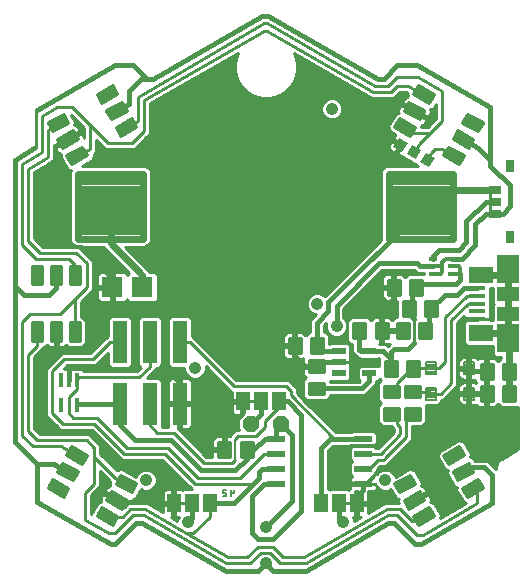
<source format=gbl>
G75*
%MOIN*%
%OFA0B0*%
%FSLAX24Y24*%
%IPPOS*%
%LPD*%
%AMOC8*
5,1,8,0,0,1.08239X$1,22.5*
%
%ADD10OC8,0.0520*%
%ADD11C,0.0098*%
%ADD12R,0.0472X0.0217*%
%ADD13R,0.0315X0.0157*%
%ADD14C,0.3937*%
%ADD15C,0.0239*%
%ADD16R,0.0709X0.0709*%
%ADD17R,0.0543X0.0177*%
%ADD18R,0.0827X0.0581*%
%ADD19R,0.0748X0.0935*%
%ADD20R,0.0748X0.0463*%
%ADD21R,0.0460X0.0630*%
%ADD22R,0.0610X0.0210*%
%ADD23C,0.0079*%
%ADD24R,0.0500X0.1402*%
%ADD25R,0.0180X0.0460*%
%ADD26C,0.0130*%
%ADD27R,0.0354X0.0354*%
%ADD28R,0.0433X0.0276*%
%ADD29R,0.0315X0.0433*%
%ADD30C,0.0410*%
%ADD31C,0.0100*%
%ADD32C,0.0150*%
%ADD33C,0.0130*%
%ADD34C,0.0120*%
%ADD35C,0.0140*%
%ADD36C,0.0240*%
%ADD37C,0.0095*%
%ADD38C,0.0080*%
%ADD39C,0.0060*%
D10*
X008310Y006150D03*
X009310Y006150D03*
D11*
X008371Y005546D02*
X008371Y005054D01*
X007977Y005054D01*
X007977Y005546D01*
X008371Y005546D01*
X008371Y005151D02*
X007977Y005151D01*
X007977Y005248D02*
X008371Y005248D01*
X008371Y005345D02*
X007977Y005345D01*
X007977Y005442D02*
X008371Y005442D01*
X008371Y005539D02*
X007977Y005539D01*
X007623Y005546D02*
X007623Y005054D01*
X007229Y005054D01*
X007229Y005546D01*
X007623Y005546D01*
X007623Y005151D02*
X007229Y005151D01*
X007229Y005248D02*
X007623Y005248D01*
X007623Y005345D02*
X007229Y005345D01*
X007229Y005442D02*
X007623Y005442D01*
X007623Y005539D02*
X007229Y005539D01*
X009973Y008504D02*
X009973Y008996D01*
X009973Y008504D02*
X009579Y008504D01*
X009579Y008996D01*
X009973Y008996D01*
X009973Y008601D02*
X009579Y008601D01*
X009579Y008698D02*
X009973Y008698D01*
X009973Y008795D02*
X009579Y008795D01*
X009579Y008892D02*
X009973Y008892D01*
X009973Y008989D02*
X009579Y008989D01*
X010721Y008996D02*
X010721Y008504D01*
X010327Y008504D01*
X010327Y008996D01*
X010721Y008996D01*
X010721Y008601D02*
X010327Y008601D01*
X010327Y008698D02*
X010721Y008698D01*
X010721Y008795D02*
X010327Y008795D01*
X010327Y008892D02*
X010721Y008892D01*
X010721Y008989D02*
X010327Y008989D01*
X010254Y008271D02*
X010746Y008271D01*
X010746Y007877D01*
X010254Y007877D01*
X010254Y008271D01*
X010254Y007974D02*
X010746Y007974D01*
X010746Y008071D02*
X010254Y008071D01*
X010254Y008168D02*
X010746Y008168D01*
X010746Y008265D02*
X010254Y008265D01*
X010254Y007523D02*
X010746Y007523D01*
X010746Y007129D01*
X010254Y007129D01*
X010254Y007523D01*
X010254Y007226D02*
X010746Y007226D01*
X010746Y007323D02*
X010254Y007323D01*
X010254Y007420D02*
X010746Y007420D01*
X010746Y007517D02*
X010254Y007517D01*
X011729Y009004D02*
X011729Y009496D01*
X012123Y009496D01*
X012123Y009004D01*
X011729Y009004D01*
X011729Y009101D02*
X012123Y009101D01*
X012123Y009198D02*
X011729Y009198D01*
X011729Y009295D02*
X012123Y009295D01*
X012123Y009392D02*
X011729Y009392D01*
X011729Y009489D02*
X012123Y009489D01*
X012477Y009496D02*
X012477Y009004D01*
X012477Y009496D02*
X012871Y009496D01*
X012871Y009004D01*
X012477Y009004D01*
X012477Y009101D02*
X012871Y009101D01*
X012871Y009198D02*
X012477Y009198D01*
X012477Y009295D02*
X012871Y009295D01*
X012871Y009392D02*
X012477Y009392D01*
X012477Y009489D02*
X012871Y009489D01*
X013573Y009496D02*
X013573Y009004D01*
X013179Y009004D01*
X013179Y009496D01*
X013573Y009496D01*
X013573Y009101D02*
X013179Y009101D01*
X013179Y009198D02*
X013573Y009198D01*
X013573Y009295D02*
X013179Y009295D01*
X013179Y009392D02*
X013573Y009392D01*
X013573Y009489D02*
X013179Y009489D01*
X013773Y009754D02*
X013773Y010246D01*
X013773Y009754D02*
X013379Y009754D01*
X013379Y010246D01*
X013773Y010246D01*
X013773Y009851D02*
X013379Y009851D01*
X013379Y009948D02*
X013773Y009948D01*
X013773Y010045D02*
X013379Y010045D01*
X013379Y010142D02*
X013773Y010142D01*
X013773Y010239D02*
X013379Y010239D01*
X013273Y010454D02*
X013273Y010946D01*
X013273Y010454D02*
X012879Y010454D01*
X012879Y010946D01*
X013273Y010946D01*
X013273Y010551D02*
X012879Y010551D01*
X012879Y010648D02*
X013273Y010648D01*
X013273Y010745D02*
X012879Y010745D01*
X012879Y010842D02*
X013273Y010842D01*
X013273Y010939D02*
X012879Y010939D01*
X014021Y010946D02*
X014021Y010454D01*
X013627Y010454D01*
X013627Y010946D01*
X014021Y010946D01*
X014021Y010551D02*
X013627Y010551D01*
X013627Y010648D02*
X014021Y010648D01*
X014021Y010745D02*
X013627Y010745D01*
X013627Y010842D02*
X014021Y010842D01*
X014021Y010939D02*
X013627Y010939D01*
X014521Y010246D02*
X014521Y009754D01*
X014127Y009754D01*
X014127Y010246D01*
X014521Y010246D01*
X014521Y009851D02*
X014127Y009851D01*
X014127Y009948D02*
X014521Y009948D01*
X014521Y010045D02*
X014127Y010045D01*
X014127Y010142D02*
X014521Y010142D01*
X014521Y010239D02*
X014127Y010239D01*
X014321Y009496D02*
X014321Y009004D01*
X013927Y009004D01*
X013927Y009496D01*
X014321Y009496D01*
X014321Y009101D02*
X013927Y009101D01*
X013927Y009198D02*
X014321Y009198D01*
X014321Y009295D02*
X013927Y009295D01*
X013927Y009392D02*
X014321Y009392D01*
X014321Y009489D02*
X013927Y009489D01*
X013921Y008246D02*
X013921Y007754D01*
X013527Y007754D01*
X013527Y008246D01*
X013921Y008246D01*
X013921Y007851D02*
X013527Y007851D01*
X013527Y007948D02*
X013921Y007948D01*
X013921Y008045D02*
X013527Y008045D01*
X013527Y008142D02*
X013921Y008142D01*
X013921Y008239D02*
X013527Y008239D01*
X013173Y008246D02*
X013173Y007754D01*
X012779Y007754D01*
X012779Y008246D01*
X013173Y008246D01*
X013173Y007851D02*
X012779Y007851D01*
X012779Y007948D02*
X013173Y007948D01*
X013173Y008045D02*
X012779Y008045D01*
X012779Y008142D02*
X013173Y008142D01*
X013173Y008239D02*
X012779Y008239D01*
X012754Y007421D02*
X013246Y007421D01*
X013246Y007027D01*
X012754Y007027D01*
X012754Y007421D01*
X012754Y007124D02*
X013246Y007124D01*
X013246Y007221D02*
X012754Y007221D01*
X012754Y007318D02*
X013246Y007318D01*
X013246Y007415D02*
X012754Y007415D01*
X013454Y007421D02*
X013946Y007421D01*
X013946Y007027D01*
X013454Y007027D01*
X013454Y007421D01*
X013454Y007124D02*
X013946Y007124D01*
X013946Y007221D02*
X013454Y007221D01*
X013454Y007318D02*
X013946Y007318D01*
X013946Y007415D02*
X013454Y007415D01*
X013454Y006673D02*
X013946Y006673D01*
X013946Y006279D01*
X013454Y006279D01*
X013454Y006673D01*
X013454Y006376D02*
X013946Y006376D01*
X013946Y006473D02*
X013454Y006473D01*
X013454Y006570D02*
X013946Y006570D01*
X013946Y006667D02*
X013454Y006667D01*
X013246Y006673D02*
X012754Y006673D01*
X013246Y006673D02*
X013246Y006279D01*
X012754Y006279D01*
X012754Y006673D01*
X012754Y006376D02*
X013246Y006376D01*
X013246Y006473D02*
X012754Y006473D01*
X012754Y006570D02*
X013246Y006570D01*
X013246Y006667D02*
X012754Y006667D01*
X016373Y006904D02*
X016373Y007396D01*
X016373Y006904D02*
X015979Y006904D01*
X015979Y007396D01*
X016373Y007396D01*
X016373Y007001D02*
X015979Y007001D01*
X015979Y007098D02*
X016373Y007098D01*
X016373Y007195D02*
X015979Y007195D01*
X015979Y007292D02*
X016373Y007292D01*
X016373Y007389D02*
X015979Y007389D01*
X015979Y007654D02*
X015979Y008146D01*
X016373Y008146D01*
X016373Y007654D01*
X015979Y007654D01*
X015979Y007751D02*
X016373Y007751D01*
X016373Y007848D02*
X015979Y007848D01*
X015979Y007945D02*
X016373Y007945D01*
X016373Y008042D02*
X015979Y008042D01*
X015979Y008139D02*
X016373Y008139D01*
X016727Y008146D02*
X016727Y007654D01*
X016727Y008146D02*
X017121Y008146D01*
X017121Y007654D01*
X016727Y007654D01*
X016727Y007751D02*
X017121Y007751D01*
X017121Y007848D02*
X016727Y007848D01*
X016727Y007945D02*
X017121Y007945D01*
X017121Y008042D02*
X016727Y008042D01*
X016727Y008139D02*
X017121Y008139D01*
X017121Y007396D02*
X017121Y006904D01*
X016727Y006904D01*
X016727Y007396D01*
X017121Y007396D01*
X017121Y007001D02*
X016727Y007001D01*
X016727Y007098D02*
X017121Y007098D01*
X017121Y007195D02*
X016727Y007195D01*
X016727Y007292D02*
X017121Y007292D01*
X017121Y007389D02*
X016727Y007389D01*
D12*
X012262Y007826D03*
X012262Y008574D03*
X011238Y008574D03*
X011238Y008200D03*
X011238Y007826D03*
D13*
X014385Y011144D03*
X014385Y011400D03*
X014385Y011656D03*
X015015Y011656D03*
X015015Y011400D03*
X015015Y011144D03*
D14*
X008810Y013400D03*
D15*
X004715Y014476D02*
X002563Y014476D01*
X004715Y014476D02*
X004715Y012324D01*
X002563Y012324D01*
X002563Y014476D01*
X002563Y012562D02*
X004715Y012562D01*
X004715Y012800D02*
X002563Y012800D01*
X002563Y013038D02*
X004715Y013038D01*
X004715Y013276D02*
X002563Y013276D01*
X002563Y013514D02*
X004715Y013514D01*
X004715Y013752D02*
X002563Y013752D01*
X002563Y013990D02*
X004715Y013990D01*
X004715Y014228D02*
X002563Y014228D01*
X002563Y014466D02*
X004715Y014466D01*
X012906Y014476D02*
X015058Y014476D01*
X015058Y012324D01*
X012906Y012324D01*
X012906Y014476D01*
X012906Y012562D02*
X015058Y012562D01*
X015058Y012800D02*
X012906Y012800D01*
X012906Y013038D02*
X015058Y013038D01*
X015058Y013276D02*
X012906Y013276D01*
X012906Y013514D02*
X015058Y013514D01*
X015058Y013752D02*
X012906Y013752D01*
X012906Y013990D02*
X015058Y013990D01*
X015058Y014228D02*
X012906Y014228D01*
X012906Y014466D02*
X015058Y014466D01*
D16*
X004700Y010700D03*
X003700Y010700D03*
D17*
X015850Y010662D03*
X015850Y010406D03*
X015850Y010150D03*
X015850Y009894D03*
X015850Y009638D03*
D18*
X015992Y009181D03*
X015992Y011119D03*
D19*
X016897Y011297D03*
X016897Y009003D03*
D20*
X016897Y009815D03*
X016897Y010473D03*
D21*
X011850Y003500D03*
X011250Y003500D03*
X010650Y003500D03*
X009250Y006900D03*
X008650Y006900D03*
X008050Y006900D03*
X006950Y003500D03*
X006350Y003500D03*
X005750Y003500D03*
D22*
X009140Y004150D03*
X009140Y004650D03*
X009140Y005150D03*
X009140Y005650D03*
X012060Y005650D03*
X012060Y005150D03*
X012060Y004650D03*
X012060Y004150D03*
D23*
X014162Y006953D02*
X014162Y007347D01*
X014478Y007347D01*
X014478Y006953D01*
X014162Y006953D01*
X014162Y007031D02*
X014478Y007031D01*
X014478Y007109D02*
X014162Y007109D01*
X014162Y007187D02*
X014478Y007187D01*
X014478Y007265D02*
X014162Y007265D01*
X014162Y007343D02*
X014478Y007343D01*
X014162Y007803D02*
X014162Y008197D01*
X014478Y008197D01*
X014478Y007803D01*
X014162Y007803D01*
X014162Y007881D02*
X014478Y007881D01*
X014478Y007959D02*
X014162Y007959D01*
X014162Y008037D02*
X014478Y008037D01*
X014478Y008115D02*
X014162Y008115D01*
X014162Y008193D02*
X014478Y008193D01*
X015422Y008197D02*
X015422Y007803D01*
X015422Y008197D02*
X015738Y008197D01*
X015738Y007803D01*
X015422Y007803D01*
X015422Y007881D02*
X015738Y007881D01*
X015738Y007959D02*
X015422Y007959D01*
X015422Y008037D02*
X015738Y008037D01*
X015738Y008115D02*
X015422Y008115D01*
X015422Y008193D02*
X015738Y008193D01*
X015422Y007347D02*
X015422Y006953D01*
X015422Y007347D02*
X015738Y007347D01*
X015738Y006953D01*
X015422Y006953D01*
X015422Y007031D02*
X015738Y007031D01*
X015738Y007109D02*
X015422Y007109D01*
X015422Y007187D02*
X015738Y007187D01*
X015738Y007265D02*
X015422Y007265D01*
X015422Y007343D02*
X015738Y007343D01*
D24*
X005950Y006824D03*
X004950Y006824D03*
X003950Y006824D03*
X003950Y008876D03*
X004950Y008876D03*
X005950Y008876D03*
D25*
X002510Y007610D03*
X002250Y007610D03*
X001990Y007610D03*
X001990Y006790D03*
X002510Y006790D03*
D26*
X002353Y005363D02*
X002852Y005075D01*
X002701Y004813D01*
X002202Y005101D01*
X002353Y005363D01*
X002477Y004942D02*
X002775Y004942D01*
X002850Y005071D02*
X002254Y005071D01*
X002259Y005200D02*
X002635Y005200D01*
X002412Y005329D02*
X002333Y005329D01*
X002038Y004817D02*
X002537Y004529D01*
X002386Y004267D01*
X001887Y004555D01*
X002038Y004817D01*
X002162Y004396D02*
X002460Y004396D01*
X002535Y004525D02*
X001939Y004525D01*
X001944Y004654D02*
X002320Y004654D01*
X002097Y004783D02*
X002018Y004783D01*
X001723Y004272D02*
X002222Y003984D01*
X002071Y003722D01*
X001572Y004010D01*
X001723Y004272D01*
X001847Y003851D02*
X002145Y003851D01*
X002220Y003980D02*
X001624Y003980D01*
X001629Y004109D02*
X002005Y004109D01*
X001782Y004238D02*
X001703Y004238D01*
X003359Y003327D02*
X003858Y003039D01*
X003707Y002777D01*
X003208Y003065D01*
X003359Y003327D01*
X003483Y002906D02*
X003781Y002906D01*
X003856Y003035D02*
X003260Y003035D01*
X003265Y003164D02*
X003641Y003164D01*
X003418Y003293D02*
X003339Y003293D01*
X003674Y003873D02*
X004173Y003585D01*
X004022Y003323D01*
X003523Y003611D01*
X003674Y003873D01*
X003798Y003452D02*
X004096Y003452D01*
X004171Y003581D02*
X003575Y003581D01*
X003580Y003710D02*
X003956Y003710D01*
X003733Y003839D02*
X003654Y003839D01*
X003989Y004418D02*
X004488Y004130D01*
X004337Y003868D01*
X003838Y004156D01*
X003989Y004418D01*
X004113Y003997D02*
X004411Y003997D01*
X004486Y004126D02*
X003890Y004126D01*
X003895Y004255D02*
X004271Y004255D01*
X004048Y004384D02*
X003969Y004384D01*
X002611Y008916D02*
X002611Y009494D01*
X002611Y008916D02*
X002309Y008916D01*
X002309Y009494D01*
X002611Y009494D01*
X002611Y009045D02*
X002309Y009045D01*
X002309Y009174D02*
X002611Y009174D01*
X002611Y009303D02*
X002309Y009303D01*
X002309Y009432D02*
X002611Y009432D01*
X001981Y009494D02*
X001981Y008916D01*
X001679Y008916D01*
X001679Y009494D01*
X001981Y009494D01*
X001981Y009045D02*
X001679Y009045D01*
X001679Y009174D02*
X001981Y009174D01*
X001981Y009303D02*
X001679Y009303D01*
X001679Y009432D02*
X001981Y009432D01*
X001351Y009494D02*
X001351Y008916D01*
X001049Y008916D01*
X001049Y009494D01*
X001351Y009494D01*
X001351Y009045D02*
X001049Y009045D01*
X001049Y009174D02*
X001351Y009174D01*
X001351Y009303D02*
X001049Y009303D01*
X001049Y009432D02*
X001351Y009432D01*
X001351Y010806D02*
X001351Y011384D01*
X001351Y010806D02*
X001049Y010806D01*
X001049Y011384D01*
X001351Y011384D01*
X001351Y010935D02*
X001049Y010935D01*
X001049Y011064D02*
X001351Y011064D01*
X001351Y011193D02*
X001049Y011193D01*
X001049Y011322D02*
X001351Y011322D01*
X001981Y011384D02*
X001981Y010806D01*
X001679Y010806D01*
X001679Y011384D01*
X001981Y011384D01*
X001981Y010935D02*
X001679Y010935D01*
X001679Y011064D02*
X001981Y011064D01*
X001981Y011193D02*
X001679Y011193D01*
X001679Y011322D02*
X001981Y011322D01*
X002611Y011384D02*
X002611Y010806D01*
X002309Y010806D01*
X002309Y011384D01*
X002611Y011384D01*
X002611Y010935D02*
X002309Y010935D01*
X002309Y011064D02*
X002611Y011064D01*
X002611Y011193D02*
X002309Y011193D01*
X002309Y011322D02*
X002611Y011322D01*
X002353Y014807D02*
X002852Y015095D01*
X002353Y014807D02*
X002202Y015069D01*
X002701Y015357D01*
X002852Y015095D01*
X002577Y014936D02*
X002279Y014936D01*
X002204Y015065D02*
X002800Y015065D01*
X002795Y015194D02*
X002419Y015194D01*
X002642Y015323D02*
X002721Y015323D01*
X002537Y015641D02*
X002038Y015353D01*
X001887Y015615D01*
X002386Y015903D01*
X002537Y015641D01*
X002262Y015482D02*
X001964Y015482D01*
X001889Y015611D02*
X002485Y015611D01*
X002480Y015740D02*
X002104Y015740D01*
X002327Y015869D02*
X002406Y015869D01*
X002222Y016186D02*
X001723Y015898D01*
X001572Y016160D01*
X002071Y016448D01*
X002222Y016186D01*
X001947Y016027D02*
X001649Y016027D01*
X001574Y016156D02*
X002170Y016156D01*
X002165Y016285D02*
X001789Y016285D01*
X002012Y016414D02*
X002091Y016414D01*
X003359Y016843D02*
X003858Y017131D01*
X003359Y016843D02*
X003208Y017105D01*
X003707Y017393D01*
X003858Y017131D01*
X003583Y016972D02*
X003285Y016972D01*
X003210Y017101D02*
X003806Y017101D01*
X003801Y017230D02*
X003425Y017230D01*
X003648Y017359D02*
X003727Y017359D01*
X004173Y016585D02*
X003674Y016297D01*
X003523Y016559D01*
X004022Y016847D01*
X004173Y016585D01*
X003898Y016426D02*
X003600Y016426D01*
X003525Y016555D02*
X004121Y016555D01*
X004116Y016684D02*
X003740Y016684D01*
X003963Y016813D02*
X004042Y016813D01*
X004488Y016040D02*
X003989Y015752D01*
X003838Y016014D01*
X004337Y016302D01*
X004488Y016040D01*
X004213Y015881D02*
X003915Y015881D01*
X003840Y016010D02*
X004436Y016010D01*
X004431Y016139D02*
X004055Y016139D01*
X004278Y016268D02*
X004357Y016268D01*
X013132Y016040D02*
X013631Y015752D01*
X013132Y016040D02*
X013283Y016302D01*
X013782Y016014D01*
X013631Y015752D01*
X013705Y015881D02*
X013407Y015881D01*
X013184Y016010D02*
X013780Y016010D01*
X013565Y016139D02*
X013189Y016139D01*
X013263Y016268D02*
X013342Y016268D01*
X013447Y016585D02*
X013946Y016297D01*
X013447Y016585D02*
X013598Y016847D01*
X014097Y016559D01*
X013946Y016297D01*
X014020Y016426D02*
X013722Y016426D01*
X013499Y016555D02*
X014095Y016555D01*
X013880Y016684D02*
X013504Y016684D01*
X013578Y016813D02*
X013657Y016813D01*
X013762Y017131D02*
X014261Y016843D01*
X013762Y017131D02*
X013913Y017393D01*
X014412Y017105D01*
X014261Y016843D01*
X014335Y016972D02*
X014037Y016972D01*
X013814Y017101D02*
X014410Y017101D01*
X014195Y017230D02*
X013819Y017230D01*
X013893Y017359D02*
X013972Y017359D01*
X015398Y016186D02*
X015897Y015898D01*
X015398Y016186D02*
X015549Y016448D01*
X016048Y016160D01*
X015897Y015898D01*
X015971Y016027D02*
X015673Y016027D01*
X015450Y016156D02*
X016046Y016156D01*
X015831Y016285D02*
X015455Y016285D01*
X015529Y016414D02*
X015608Y016414D01*
X015083Y015641D02*
X015582Y015353D01*
X015083Y015641D02*
X015234Y015903D01*
X015733Y015615D01*
X015582Y015353D01*
X015656Y015482D02*
X015358Y015482D01*
X015135Y015611D02*
X015731Y015611D01*
X015516Y015740D02*
X015140Y015740D01*
X015214Y015869D02*
X015293Y015869D01*
X014768Y015095D02*
X015267Y014807D01*
X014768Y015095D02*
X014919Y015357D01*
X015418Y015069D01*
X015267Y014807D01*
X015341Y014936D02*
X015043Y014936D01*
X014820Y015065D02*
X015416Y015065D01*
X015201Y015194D02*
X014825Y015194D01*
X014899Y015323D02*
X014978Y015323D01*
X015418Y005101D02*
X014919Y004813D01*
X014768Y005075D01*
X015267Y005363D01*
X015418Y005101D01*
X015143Y004942D02*
X014845Y004942D01*
X014770Y005071D02*
X015366Y005071D01*
X015361Y005200D02*
X014985Y005200D01*
X015208Y005329D02*
X015287Y005329D01*
X015733Y004555D02*
X015234Y004267D01*
X015083Y004529D01*
X015582Y004817D01*
X015733Y004555D01*
X015458Y004396D02*
X015160Y004396D01*
X015085Y004525D02*
X015681Y004525D01*
X015676Y004654D02*
X015300Y004654D01*
X015523Y004783D02*
X015602Y004783D01*
X016048Y004010D02*
X015549Y003722D01*
X015398Y003984D01*
X015897Y004272D01*
X016048Y004010D01*
X015773Y003851D02*
X015475Y003851D01*
X015400Y003980D02*
X015996Y003980D01*
X015991Y004109D02*
X015615Y004109D01*
X015838Y004238D02*
X015917Y004238D01*
X014412Y003065D02*
X013913Y002777D01*
X013762Y003039D01*
X014261Y003327D01*
X014412Y003065D01*
X014137Y002906D02*
X013839Y002906D01*
X013764Y003035D02*
X014360Y003035D01*
X014355Y003164D02*
X013979Y003164D01*
X014202Y003293D02*
X014281Y003293D01*
X014097Y003611D02*
X013598Y003323D01*
X013447Y003585D01*
X013946Y003873D01*
X014097Y003611D01*
X013822Y003452D02*
X013524Y003452D01*
X013449Y003581D02*
X014045Y003581D01*
X014040Y003710D02*
X013664Y003710D01*
X013887Y003839D02*
X013966Y003839D01*
X013782Y004156D02*
X013283Y003868D01*
X013132Y004130D01*
X013631Y004418D01*
X013782Y004156D01*
X013507Y003997D02*
X013209Y003997D01*
X013134Y004126D02*
X013730Y004126D01*
X013725Y004255D02*
X013349Y004255D01*
X013572Y004384D02*
X013651Y004384D01*
D27*
G36*
X014136Y015191D02*
X014441Y015014D01*
X014264Y014709D01*
X013959Y014886D01*
X014136Y015191D01*
G37*
G36*
X013686Y015441D02*
X013991Y015264D01*
X013814Y014959D01*
X013509Y015136D01*
X013686Y015441D01*
G37*
G36*
X013236Y015691D02*
X013541Y015514D01*
X013364Y015209D01*
X013059Y015386D01*
X013236Y015691D01*
G37*
D28*
X016438Y013944D03*
X016438Y013550D03*
X016438Y013156D03*
D29*
X016950Y012369D03*
X016950Y014731D03*
D30*
X012170Y009900D03*
X011170Y009400D03*
X010530Y010150D03*
X011030Y011150D03*
X011010Y015650D03*
X011010Y016650D03*
X006450Y008000D03*
X005450Y008000D03*
X004820Y004270D03*
X006220Y002870D03*
X008810Y002695D03*
X008810Y001495D03*
X011400Y002870D03*
X012800Y004270D03*
D31*
X003600Y002500D02*
X002800Y002950D01*
X002800Y003850D01*
X003100Y004150D01*
X003100Y005050D01*
X003800Y004350D01*
X004163Y004143D01*
X004476Y004386D02*
X004484Y004386D01*
X004482Y004382D02*
X004019Y004650D01*
X003847Y004604D01*
X003840Y004592D01*
X003300Y005133D01*
X003300Y005433D01*
X003183Y005550D01*
X002933Y005800D01*
X001283Y005800D01*
X001100Y005983D01*
X001100Y008367D01*
X001400Y008667D01*
X001400Y008701D01*
X001441Y008701D01*
X001515Y008775D01*
X001546Y008744D01*
X001595Y008715D01*
X001650Y008701D01*
X001780Y008701D01*
X001780Y009155D01*
X001880Y009155D01*
X001880Y008701D01*
X002010Y008701D01*
X002065Y008715D01*
X002114Y008744D01*
X002145Y008775D01*
X002219Y008701D01*
X002701Y008701D01*
X002826Y008827D01*
X002826Y009584D01*
X002701Y009709D01*
X002655Y009709D01*
X002651Y010218D01*
X003050Y010617D01*
X003050Y011583D01*
X002933Y011700D01*
X002583Y012050D01*
X001383Y012050D01*
X001100Y012333D01*
X001100Y014538D01*
X001607Y014850D01*
X001633Y014850D01*
X001675Y014892D01*
X001725Y014923D01*
X001731Y014949D01*
X001750Y014967D01*
X001750Y015027D01*
X001764Y015084D01*
X001750Y015107D01*
X001750Y015419D01*
X002143Y015646D01*
X002193Y015559D01*
X001800Y015332D01*
X001865Y015220D01*
X001905Y015180D01*
X001954Y015151D01*
X001997Y015140D01*
X001970Y015038D01*
X002210Y014621D01*
X002320Y014592D01*
X002294Y014529D01*
X002294Y012271D01*
X002335Y012172D01*
X002411Y012096D01*
X002510Y012055D01*
X003391Y012055D01*
X003410Y012008D01*
X003486Y011932D01*
X003486Y011932D01*
X004249Y011169D01*
X004196Y011116D01*
X004196Y011106D01*
X004194Y011112D01*
X004174Y011146D01*
X004146Y011174D01*
X004112Y011194D01*
X004074Y011204D01*
X003750Y011204D01*
X003750Y010750D01*
X003650Y010750D01*
X003650Y011204D01*
X003326Y011204D01*
X003288Y011194D01*
X003254Y011174D01*
X003226Y011146D01*
X003206Y011112D01*
X003196Y011074D01*
X003196Y010750D01*
X003650Y010750D01*
X003650Y010650D01*
X003750Y010650D01*
X003750Y010196D01*
X004074Y010196D01*
X004112Y010206D01*
X004146Y010226D01*
X004174Y010254D01*
X004194Y010288D01*
X004196Y010294D01*
X004196Y010284D01*
X004284Y010196D01*
X005116Y010196D01*
X005204Y010284D01*
X005204Y011116D01*
X005116Y011204D01*
X004949Y011204D01*
X004929Y011253D01*
X004127Y012055D01*
X004768Y012055D01*
X004867Y012096D01*
X004943Y012172D01*
X004984Y012271D01*
X004984Y014529D01*
X004943Y014628D01*
X004867Y014704D01*
X004768Y014745D01*
X002676Y014745D01*
X003038Y014954D01*
X003084Y015126D01*
X003075Y015141D01*
X003121Y015167D01*
X003129Y015196D01*
X003150Y015217D01*
X003150Y015273D01*
X003165Y015327D01*
X003150Y015353D01*
X003150Y015617D01*
X003467Y015300D01*
X004433Y015300D01*
X004550Y015417D01*
X004833Y015700D01*
X004950Y015817D01*
X004950Y016834D01*
X007885Y018522D01*
X007844Y018450D01*
X007773Y018187D01*
X007773Y017913D01*
X007844Y017650D01*
X007980Y017413D01*
X008173Y017220D01*
X008410Y017083D01*
X008674Y017013D01*
X008947Y017013D01*
X009211Y017083D01*
X009447Y017220D01*
X009640Y017413D01*
X009777Y017650D01*
X009848Y017913D01*
X009848Y018187D01*
X009777Y018450D01*
X009748Y018500D01*
X012277Y017040D01*
X012317Y017000D01*
X012346Y017000D01*
X012372Y016985D01*
X012426Y017000D01*
X013083Y017000D01*
X013200Y017117D01*
X013283Y017200D01*
X013501Y017200D01*
X013540Y017179D01*
X013530Y017162D01*
X013557Y017060D01*
X013514Y017049D01*
X013465Y017020D01*
X013425Y016980D01*
X013360Y016868D01*
X013753Y016641D01*
X013703Y016554D01*
X013310Y016781D01*
X013245Y016669D01*
X013230Y016614D01*
X013230Y016558D01*
X013242Y016515D01*
X013140Y016487D01*
X012900Y016071D01*
X012946Y015899D01*
X013126Y015795D01*
X013115Y015784D01*
X013036Y015647D01*
X013286Y015503D01*
X013247Y015436D01*
X012997Y015580D01*
X012918Y015443D01*
X012908Y015405D01*
X012908Y015365D01*
X012918Y015327D01*
X012938Y015293D01*
X012966Y015265D01*
X013103Y015186D01*
X013247Y015436D01*
X013314Y015397D01*
X013170Y015147D01*
X013307Y015068D01*
X013345Y015058D01*
X013373Y015058D01*
X013379Y015036D01*
X013794Y014797D01*
X013824Y014805D01*
X013829Y014786D01*
X013901Y014745D01*
X012853Y014745D01*
X012753Y014704D01*
X012678Y014628D01*
X012637Y014529D01*
X012637Y012271D01*
X012641Y012260D01*
X010782Y010400D01*
X010731Y010451D01*
X010601Y010505D01*
X010460Y010505D01*
X010329Y010451D01*
X010229Y010351D01*
X010175Y010221D01*
X010175Y010079D01*
X010229Y009949D01*
X010329Y009849D01*
X010460Y009795D01*
X010477Y009795D01*
X010299Y009617D01*
X010299Y009195D01*
X010245Y009195D01*
X010145Y009096D01*
X010132Y009118D01*
X010095Y009155D01*
X010050Y009182D01*
X009999Y009195D01*
X009826Y009195D01*
X009826Y008800D01*
X009726Y008800D01*
X009726Y009195D01*
X009553Y009195D01*
X009502Y009182D01*
X009457Y009155D01*
X009420Y009118D01*
X009393Y009073D01*
X009380Y009022D01*
X009380Y008800D01*
X009726Y008800D01*
X009726Y008700D01*
X009826Y008700D01*
X009826Y008305D01*
X009999Y008305D01*
X010050Y008318D01*
X010062Y008326D01*
X010062Y008326D01*
X010055Y008297D01*
X010055Y008124D01*
X010450Y008124D01*
X010450Y008024D01*
X010055Y008024D01*
X010055Y007851D01*
X010068Y007800D01*
X010095Y007755D01*
X010132Y007718D01*
X010154Y007705D01*
X010055Y007605D01*
X010055Y007047D01*
X010171Y006930D01*
X010829Y006930D01*
X010945Y007047D01*
X010945Y007101D01*
X012119Y007101D01*
X012355Y007337D01*
X012487Y007469D01*
X012487Y007568D01*
X012560Y007568D01*
X012622Y007629D01*
X012651Y007600D01*
X012555Y007503D01*
X012555Y006945D01*
X012649Y006850D01*
X012555Y006755D01*
X012555Y006197D01*
X012671Y006080D01*
X013000Y006080D01*
X013000Y006067D01*
X013100Y005967D01*
X013100Y005883D01*
X012567Y005350D01*
X012482Y005350D01*
X012432Y005400D01*
X012515Y005483D01*
X012515Y005817D01*
X012427Y005905D01*
X011693Y005905D01*
X011663Y005875D01*
X011158Y005875D01*
X009850Y007183D01*
X009850Y007333D01*
X009733Y007450D01*
X009583Y007600D01*
X007833Y007600D01*
X006474Y008958D01*
X006357Y009076D01*
X006350Y009076D01*
X006350Y009639D01*
X006262Y009726D01*
X005638Y009726D01*
X005550Y009639D01*
X005550Y008113D01*
X005638Y008025D01*
X006095Y008025D01*
X006095Y007929D01*
X006149Y007799D01*
X006249Y007699D01*
X006380Y007645D01*
X006521Y007645D01*
X006651Y007699D01*
X006751Y007799D01*
X006805Y007929D01*
X006805Y008062D01*
X007667Y007200D01*
X007670Y007200D01*
X007670Y006950D01*
X008000Y006950D01*
X008000Y006850D01*
X007670Y006850D01*
X007670Y006565D01*
X007680Y006527D01*
X007700Y006493D01*
X007728Y006465D01*
X007762Y006445D01*
X007800Y006435D01*
X008000Y006435D01*
X008000Y006817D01*
X008100Y006717D01*
X008100Y006520D01*
X007900Y006320D01*
X007900Y005980D01*
X007930Y005950D01*
X007817Y005950D01*
X007700Y005833D01*
X007700Y005833D01*
X007612Y005745D01*
X007476Y005745D01*
X007476Y005350D01*
X007376Y005350D01*
X007376Y005745D01*
X007203Y005745D01*
X007152Y005732D01*
X007107Y005705D01*
X007070Y005668D01*
X007043Y005623D01*
X007030Y005572D01*
X007030Y005350D01*
X007376Y005350D01*
X007376Y005250D01*
X007030Y005250D01*
X007030Y005050D01*
X006833Y005050D01*
X005950Y005933D01*
X005900Y005983D01*
X005900Y006774D01*
X006000Y006774D01*
X006000Y005974D01*
X006220Y005974D01*
X006258Y005984D01*
X006292Y006004D01*
X006320Y006032D01*
X006340Y006066D01*
X006350Y006104D01*
X006350Y006774D01*
X006000Y006774D01*
X006000Y006874D01*
X006350Y006874D01*
X006350Y007545D01*
X006340Y007583D01*
X006320Y007617D01*
X006292Y007645D01*
X006258Y007665D01*
X006220Y007675D01*
X006000Y007675D01*
X006000Y006874D01*
X005900Y006874D01*
X005900Y006774D01*
X005550Y006774D01*
X005550Y006104D01*
X005560Y006066D01*
X005569Y006050D01*
X005339Y006050D01*
X005350Y006061D01*
X005350Y007587D01*
X005262Y007675D01*
X004858Y007675D01*
X005150Y007967D01*
X005150Y008025D01*
X005262Y008025D01*
X005350Y008113D01*
X005350Y009639D01*
X005262Y009726D01*
X004638Y009726D01*
X004550Y009639D01*
X004550Y008113D01*
X004638Y008025D01*
X004642Y008025D01*
X004517Y007900D01*
X002750Y007900D01*
X002750Y007902D01*
X002662Y007990D01*
X002250Y007990D01*
X002250Y007610D01*
X002250Y007610D01*
X002250Y007990D01*
X002140Y007990D01*
X002073Y007990D01*
X002183Y008100D01*
X003133Y008100D01*
X003250Y008217D01*
X003550Y008517D01*
X003550Y008113D01*
X003638Y008025D01*
X004262Y008025D01*
X004350Y008113D01*
X004350Y009639D01*
X004262Y009726D01*
X003638Y009726D01*
X003550Y009639D01*
X003550Y009076D01*
X003543Y009076D01*
X002967Y008500D01*
X002017Y008500D01*
X001617Y008100D01*
X001500Y007983D01*
X001500Y006417D01*
X001850Y006067D01*
X001967Y005950D01*
X003017Y005950D01*
X004017Y004950D01*
X005367Y004950D01*
X006352Y003965D01*
X006058Y003965D01*
X006044Y003951D01*
X006038Y003955D01*
X006000Y003965D01*
X005800Y003965D01*
X005800Y003683D01*
X005700Y003583D01*
X005700Y003965D01*
X005500Y003965D01*
X005462Y003955D01*
X005428Y003935D01*
X005400Y003907D01*
X005380Y003873D01*
X005370Y003835D01*
X005370Y003550D01*
X005700Y003550D01*
X005700Y003450D01*
X005370Y003450D01*
X005370Y003195D01*
X004924Y003459D01*
X004883Y003500D01*
X004855Y003500D01*
X004831Y003514D01*
X004775Y003500D01*
X004374Y003500D01*
X004375Y003501D01*
X004390Y003556D01*
X004390Y003612D01*
X004378Y003655D01*
X004480Y003683D01*
X004640Y003960D01*
X004750Y003915D01*
X004891Y003915D01*
X005021Y003969D01*
X005121Y004069D01*
X005175Y004199D01*
X005175Y004341D01*
X005121Y004471D01*
X005021Y004571D01*
X004891Y004625D01*
X004750Y004625D01*
X004619Y004571D01*
X004519Y004471D01*
X004482Y004382D01*
X004532Y004484D02*
X004306Y004484D01*
X004135Y004583D02*
X004647Y004583D01*
X004993Y004583D02*
X005735Y004583D01*
X005636Y004681D02*
X003752Y004681D01*
X003653Y004780D02*
X005538Y004780D01*
X005439Y004878D02*
X003555Y004878D01*
X003456Y004977D02*
X003991Y004977D01*
X003892Y005075D02*
X003358Y005075D01*
X003300Y005174D02*
X003794Y005174D01*
X003695Y005272D02*
X003300Y005272D01*
X003300Y005371D02*
X003597Y005371D01*
X003498Y005469D02*
X003264Y005469D01*
X003165Y005568D02*
X003400Y005568D01*
X003301Y005666D02*
X003067Y005666D01*
X002968Y005765D02*
X003203Y005765D01*
X003104Y005863D02*
X001220Y005863D01*
X001121Y005962D02*
X001956Y005962D01*
X001857Y006060D02*
X001100Y006060D01*
X001100Y006159D02*
X001759Y006159D01*
X001660Y006257D02*
X001100Y006257D01*
X001100Y006356D02*
X001562Y006356D01*
X001500Y006454D02*
X001100Y006454D01*
X001100Y006553D02*
X001500Y006553D01*
X001500Y006651D02*
X001100Y006651D01*
X001100Y006750D02*
X001500Y006750D01*
X001500Y006848D02*
X001100Y006848D01*
X001100Y006947D02*
X001500Y006947D01*
X001500Y007045D02*
X001100Y007045D01*
X001100Y007144D02*
X001500Y007144D01*
X001500Y007242D02*
X001100Y007242D01*
X001100Y007341D02*
X001500Y007341D01*
X001500Y007439D02*
X001100Y007439D01*
X001100Y007538D02*
X001500Y007538D01*
X001500Y007636D02*
X001100Y007636D01*
X001100Y007735D02*
X001500Y007735D01*
X001500Y007833D02*
X001100Y007833D01*
X001100Y007932D02*
X001500Y007932D01*
X001547Y008030D02*
X001100Y008030D01*
X001100Y008129D02*
X001646Y008129D01*
X001744Y008227D02*
X001100Y008227D01*
X001100Y008326D02*
X001843Y008326D01*
X001941Y008424D02*
X001157Y008424D01*
X001255Y008523D02*
X002990Y008523D01*
X003088Y008621D02*
X001354Y008621D01*
X001459Y008720D02*
X001588Y008720D01*
X001780Y008720D02*
X001880Y008720D01*
X001880Y008818D02*
X001780Y008818D01*
X001780Y008917D02*
X001880Y008917D01*
X001880Y009015D02*
X001780Y009015D01*
X001780Y009114D02*
X001880Y009114D01*
X002072Y008720D02*
X002201Y008720D01*
X002100Y008300D02*
X001700Y007900D01*
X001700Y006500D01*
X002050Y006150D01*
X003100Y006150D01*
X004100Y005150D01*
X005450Y005150D01*
X006450Y004150D01*
X008400Y004150D01*
X007950Y004350D02*
X006550Y004350D01*
X005550Y005350D01*
X004200Y005350D01*
X003200Y006350D01*
X002400Y006350D01*
X002250Y006500D01*
X002250Y007050D01*
X002510Y007310D01*
X002510Y007610D01*
X002600Y007700D01*
X004600Y007700D01*
X004950Y008050D01*
X004950Y008876D01*
X005350Y008917D02*
X005550Y008917D01*
X005550Y009015D02*
X005350Y009015D01*
X005350Y009114D02*
X005550Y009114D01*
X005550Y009212D02*
X005350Y009212D01*
X005350Y009311D02*
X005550Y009311D01*
X005550Y009409D02*
X005350Y009409D01*
X005350Y009508D02*
X005550Y009508D01*
X005550Y009606D02*
X005350Y009606D01*
X005284Y009705D02*
X005616Y009705D01*
X006284Y009705D02*
X010386Y009705D01*
X010440Y009803D02*
X002655Y009803D01*
X002654Y009902D02*
X010277Y009902D01*
X010208Y010000D02*
X002653Y010000D01*
X002652Y010099D02*
X010175Y010099D01*
X010175Y010197D02*
X005118Y010197D01*
X005204Y010296D02*
X010206Y010296D01*
X010272Y010394D02*
X005204Y010394D01*
X005204Y010493D02*
X010430Y010493D01*
X010631Y010493D02*
X010874Y010493D01*
X010973Y010591D02*
X005204Y010591D01*
X005204Y010690D02*
X011071Y010690D01*
X011170Y010788D02*
X005204Y010788D01*
X005204Y010887D02*
X011268Y010887D01*
X011367Y010985D02*
X005204Y010985D01*
X005204Y011084D02*
X011465Y011084D01*
X011564Y011182D02*
X005139Y011182D01*
X004901Y011281D02*
X011662Y011281D01*
X011761Y011379D02*
X004803Y011379D01*
X004704Y011478D02*
X011859Y011478D01*
X011958Y011576D02*
X004606Y011576D01*
X004507Y011675D02*
X012056Y011675D01*
X012155Y011773D02*
X004409Y011773D01*
X004310Y011872D02*
X012253Y011872D01*
X012352Y011970D02*
X004212Y011970D01*
X003842Y011576D02*
X003050Y011576D01*
X003050Y011478D02*
X003941Y011478D01*
X004039Y011379D02*
X003050Y011379D01*
X003050Y011281D02*
X004138Y011281D01*
X004133Y011182D02*
X004236Y011182D01*
X003750Y011182D02*
X003650Y011182D01*
X003650Y011084D02*
X003750Y011084D01*
X003750Y010985D02*
X003650Y010985D01*
X003650Y010887D02*
X003750Y010887D01*
X003750Y010788D02*
X003650Y010788D01*
X003650Y010690D02*
X003050Y010690D01*
X003050Y010788D02*
X003196Y010788D01*
X003196Y010887D02*
X003050Y010887D01*
X003050Y010985D02*
X003196Y010985D01*
X003198Y011084D02*
X003050Y011084D01*
X003050Y011182D02*
X003267Y011182D01*
X002958Y011675D02*
X003744Y011675D01*
X003645Y011773D02*
X002860Y011773D01*
X002761Y011872D02*
X003547Y011872D01*
X003448Y011970D02*
X002663Y011970D01*
X002500Y011850D02*
X002850Y011500D01*
X002850Y010700D01*
X002450Y010300D01*
X001950Y009800D01*
X000950Y009800D01*
X000700Y009550D01*
X000700Y005750D01*
X001050Y005400D01*
X002000Y005400D01*
X002527Y005088D01*
X002850Y005600D02*
X003100Y005350D01*
X003100Y005050D01*
X003300Y004567D02*
X003621Y004246D01*
X003627Y004223D01*
X003606Y004187D01*
X003633Y004085D01*
X003591Y004074D01*
X003541Y004046D01*
X003501Y004005D01*
X003437Y003893D01*
X003126Y003893D01*
X003224Y003992D02*
X003493Y003992D01*
X003437Y003893D02*
X003830Y003666D01*
X003780Y003579D01*
X003387Y003806D01*
X003322Y003694D01*
X003307Y003639D01*
X003307Y003583D01*
X003318Y003540D01*
X003217Y003513D01*
X003000Y003137D01*
X003000Y003767D01*
X003300Y004067D01*
X003300Y004567D01*
X003300Y004484D02*
X003383Y004484D01*
X003300Y004386D02*
X003482Y004386D01*
X003580Y004287D02*
X003300Y004287D01*
X003300Y004189D02*
X003607Y004189D01*
X003632Y004090D02*
X003300Y004090D01*
X003380Y003795D02*
X003027Y003795D01*
X003000Y003696D02*
X003323Y003696D01*
X003307Y003598D02*
X003000Y003598D01*
X003000Y003499D02*
X003209Y003499D01*
X003152Y003401D02*
X003000Y003401D01*
X003000Y003302D02*
X003095Y003302D01*
X003038Y003204D02*
X003000Y003204D01*
X003533Y003052D02*
X004050Y003050D01*
X004300Y003300D01*
X004800Y003300D01*
X006150Y002500D01*
X007550Y001700D01*
X008200Y001700D01*
X008550Y002050D01*
X009050Y002050D01*
X009400Y001700D01*
X010100Y001700D01*
X012850Y003300D01*
X013300Y003300D01*
X013700Y002900D01*
X013935Y002900D01*
X014087Y003052D01*
X014302Y003540D02*
X014313Y003583D01*
X014313Y003639D01*
X014298Y003694D01*
X014233Y003806D01*
X013840Y003579D01*
X013790Y003666D01*
X014183Y003893D01*
X015201Y003893D01*
X015166Y003953D02*
X015193Y004055D01*
X015092Y004082D01*
X014851Y004499D01*
X014878Y004600D01*
X014777Y004627D01*
X014536Y005044D01*
X014582Y005216D01*
X015238Y005595D01*
X015410Y005549D01*
X015650Y005132D01*
X015623Y005030D01*
X015725Y005003D01*
X015770Y004925D01*
X016193Y004925D01*
X016325Y004793D01*
X016471Y004648D01*
X016471Y004753D01*
X016564Y004915D01*
X016564Y004915D01*
X016564Y004915D01*
X016646Y004962D01*
X016673Y004978D01*
X017221Y005294D01*
X017221Y006722D01*
X017203Y006705D01*
X016645Y006705D01*
X016545Y006804D01*
X016532Y006782D01*
X016495Y006745D01*
X016450Y006718D01*
X016399Y006705D01*
X016226Y006705D01*
X016226Y007100D01*
X016126Y007100D01*
X016126Y006705D01*
X015953Y006705D01*
X015902Y006718D01*
X015857Y006745D01*
X015820Y006782D01*
X015820Y006782D01*
X015810Y006777D01*
X015762Y006764D01*
X015628Y006764D01*
X015628Y007102D01*
X015531Y007102D01*
X015233Y007102D01*
X015233Y006928D01*
X015246Y006880D01*
X015271Y006837D01*
X015306Y006802D01*
X015349Y006777D01*
X015398Y006764D01*
X015531Y006764D01*
X015531Y007102D01*
X015531Y007198D01*
X015233Y007198D01*
X015233Y007372D01*
X015246Y007420D01*
X015271Y007463D01*
X015306Y007498D01*
X015349Y007523D01*
X015398Y007536D01*
X015531Y007536D01*
X015531Y007198D01*
X015628Y007198D01*
X015927Y007198D01*
X015927Y007200D01*
X016126Y007200D01*
X016126Y007850D01*
X016226Y007850D01*
X016226Y007455D01*
X016226Y007200D01*
X016126Y007200D01*
X016126Y007100D01*
X015927Y007100D01*
X015927Y007102D01*
X015628Y007102D01*
X015628Y007198D01*
X015628Y007536D01*
X015762Y007536D01*
X015810Y007523D01*
X015820Y007518D01*
X015820Y007518D01*
X015826Y007525D01*
X015820Y007532D01*
X015793Y007577D01*
X015782Y007619D01*
X015762Y007614D01*
X015628Y007614D01*
X015628Y007952D01*
X015531Y007952D01*
X015233Y007952D01*
X015233Y007778D01*
X015246Y007730D01*
X015271Y007687D01*
X015306Y007652D01*
X015349Y007627D01*
X015398Y007614D01*
X015531Y007614D01*
X015531Y007952D01*
X015531Y008048D01*
X015233Y008048D01*
X015233Y008222D01*
X015246Y008270D01*
X015271Y008313D01*
X015306Y008348D01*
X015349Y008373D01*
X015398Y008386D01*
X015531Y008386D01*
X015531Y008048D01*
X015628Y008048D01*
X015628Y008386D01*
X015762Y008386D01*
X015810Y008373D01*
X015854Y008348D01*
X015882Y008320D01*
X015902Y008332D01*
X015953Y008345D01*
X016126Y008345D01*
X016126Y007950D01*
X016226Y007950D01*
X016226Y008345D01*
X016399Y008345D01*
X016450Y008332D01*
X016495Y008305D01*
X016532Y008268D01*
X016545Y008246D01*
X016645Y008345D01*
X016654Y008345D01*
X016654Y008386D01*
X016461Y008386D01*
X016373Y008474D01*
X016373Y008740D01*
X015516Y008740D01*
X015428Y008828D01*
X015428Y009638D01*
X015850Y009638D01*
X015850Y009638D01*
X015850Y009638D01*
X016272Y009638D01*
X016272Y009621D01*
X016373Y009621D01*
X016373Y010109D01*
X016409Y010144D01*
X016373Y010179D01*
X016373Y010679D01*
X016272Y010679D01*
X016272Y009638D01*
X015850Y009638D01*
X015428Y009638D01*
X015428Y009746D01*
X015200Y009517D01*
X015200Y007417D01*
X014850Y007067D01*
X014733Y006950D01*
X014667Y006950D01*
X014667Y006875D01*
X014556Y006764D01*
X014137Y006764D01*
X014145Y006755D01*
X014145Y006197D01*
X014029Y006080D01*
X013700Y006080D01*
X013700Y005617D01*
X013000Y004917D01*
X012950Y004867D01*
X012833Y004750D01*
X012633Y004750D01*
X012515Y004632D01*
X012515Y004487D01*
X012599Y004571D01*
X012730Y004625D01*
X012871Y004625D01*
X013001Y004571D01*
X013101Y004471D01*
X013138Y004382D01*
X013601Y004650D01*
X013773Y004604D01*
X014014Y004187D01*
X013987Y004085D01*
X014029Y004074D01*
X014079Y004046D01*
X014119Y004005D01*
X014183Y003893D01*
X014213Y003795D02*
X014013Y003795D01*
X014042Y003696D02*
X013842Y003696D01*
X013829Y003598D02*
X013872Y003598D01*
X014240Y003795D02*
X015258Y003795D01*
X015315Y003696D02*
X014297Y003696D01*
X014313Y003598D02*
X015371Y003598D01*
X015407Y003536D02*
X015481Y003516D01*
X014622Y003015D01*
X014644Y003096D01*
X014403Y003513D01*
X014302Y003540D01*
X014411Y003499D02*
X015451Y003499D01*
X015407Y003536D02*
X015166Y003953D01*
X015176Y003992D02*
X014127Y003992D01*
X013988Y004090D02*
X015087Y004090D01*
X015030Y004189D02*
X014013Y004189D01*
X013956Y004287D02*
X014973Y004287D01*
X014917Y004386D02*
X013899Y004386D01*
X013842Y004484D02*
X014860Y004484D01*
X014874Y004583D02*
X013785Y004583D01*
X013485Y004583D02*
X012973Y004583D01*
X013088Y004484D02*
X013314Y004484D01*
X013144Y004386D02*
X013137Y004386D01*
X012980Y003960D02*
X013140Y003683D01*
X013242Y003655D01*
X013230Y003612D01*
X013230Y003556D01*
X013245Y003501D01*
X013246Y003500D01*
X012876Y003500D01*
X012821Y003515D01*
X012796Y003500D01*
X012767Y003500D01*
X012727Y003460D01*
X012230Y003171D01*
X012230Y003450D01*
X011950Y003450D01*
X011950Y003550D01*
X012230Y003550D01*
X012230Y003835D01*
X012220Y003873D01*
X012207Y003895D01*
X012385Y003895D01*
X012423Y003905D01*
X012457Y003925D01*
X012485Y003953D01*
X012505Y003987D01*
X012515Y004025D01*
X012515Y004053D01*
X012599Y003969D01*
X012730Y003915D01*
X012871Y003915D01*
X012980Y003960D01*
X013019Y003893D02*
X012208Y003893D01*
X012230Y003795D02*
X013076Y003795D01*
X013133Y003696D02*
X012230Y003696D01*
X012230Y003598D02*
X013230Y003598D01*
X013200Y003100D02*
X012900Y003100D01*
X010150Y001500D01*
X009300Y001500D01*
X008950Y001850D01*
X008650Y001850D01*
X008300Y001500D01*
X007500Y001500D01*
X004750Y003100D01*
X004400Y003100D01*
X003800Y002500D01*
X003600Y002500D01*
X004107Y003390D02*
X003867Y003529D01*
X003917Y003616D01*
X004181Y003463D01*
X004107Y003390D01*
X004118Y003401D02*
X004090Y003401D01*
X004119Y003499D02*
X003919Y003499D01*
X003906Y003598D02*
X003948Y003598D01*
X003791Y003598D02*
X003748Y003598D01*
X003778Y003696D02*
X003578Y003696D01*
X003607Y003795D02*
X003407Y003795D01*
X004390Y003598D02*
X005370Y003598D01*
X005370Y003696D02*
X004487Y003696D01*
X004544Y003795D02*
X005370Y003795D01*
X005392Y003893D02*
X004601Y003893D01*
X005044Y003992D02*
X006326Y003992D01*
X006227Y004090D02*
X005130Y004090D01*
X005171Y004189D02*
X006129Y004189D01*
X006030Y004287D02*
X005175Y004287D01*
X005157Y004386D02*
X005932Y004386D01*
X005833Y004484D02*
X005108Y004484D01*
X005700Y003893D02*
X005800Y003893D01*
X005800Y003795D02*
X005700Y003795D01*
X005700Y003696D02*
X005800Y003696D01*
X005715Y003598D02*
X005700Y003598D01*
X005700Y003499D02*
X004884Y003499D01*
X005023Y003401D02*
X005370Y003401D01*
X005370Y003302D02*
X005189Y003302D01*
X005355Y003204D02*
X005370Y003204D01*
X005639Y003035D02*
X005865Y002901D01*
X005865Y002941D01*
X005904Y003035D01*
X005800Y003035D01*
X005800Y003317D01*
X005700Y003417D01*
X005700Y003035D01*
X005639Y003035D01*
X005688Y003007D02*
X005893Y003007D01*
X005865Y002908D02*
X005854Y002908D01*
X005800Y003105D02*
X005700Y003105D01*
X005700Y003204D02*
X005800Y003204D01*
X005800Y003302D02*
X005700Y003302D01*
X005700Y003401D02*
X005717Y003401D01*
X005900Y003500D02*
X006350Y003500D01*
X006950Y003500D02*
X006950Y003050D01*
X006400Y002500D01*
X006150Y002500D01*
X007950Y004350D02*
X008750Y005150D01*
X009140Y005150D01*
X008500Y005750D02*
X008800Y006050D01*
X008800Y006250D01*
X009250Y006700D01*
X009250Y006900D01*
X009650Y007100D02*
X009650Y007250D01*
X009500Y007400D01*
X007750Y007400D01*
X006274Y008876D01*
X005950Y008876D01*
X005550Y008818D02*
X005350Y008818D01*
X005350Y008720D02*
X005550Y008720D01*
X005550Y008621D02*
X005350Y008621D01*
X005350Y008523D02*
X005550Y008523D01*
X005550Y008424D02*
X005350Y008424D01*
X005350Y008326D02*
X005550Y008326D01*
X005550Y008227D02*
X005350Y008227D01*
X005350Y008129D02*
X005550Y008129D01*
X005633Y008030D02*
X005267Y008030D01*
X005114Y007932D02*
X006095Y007932D01*
X006135Y007833D02*
X005016Y007833D01*
X004917Y007735D02*
X006214Y007735D01*
X006301Y007636D02*
X007231Y007636D01*
X007133Y007735D02*
X006687Y007735D01*
X006765Y007833D02*
X007034Y007833D01*
X006936Y007932D02*
X006805Y007932D01*
X006805Y008030D02*
X006837Y008030D01*
X007107Y008326D02*
X009490Y008326D01*
X009502Y008318D02*
X009457Y008345D01*
X009420Y008382D01*
X009393Y008427D01*
X009380Y008478D01*
X009380Y008700D01*
X009726Y008700D01*
X009726Y008305D01*
X009553Y008305D01*
X009502Y008318D01*
X009395Y008424D02*
X007009Y008424D01*
X006910Y008523D02*
X009380Y008523D01*
X009380Y008621D02*
X006812Y008621D01*
X006713Y008720D02*
X009726Y008720D01*
X009726Y008818D02*
X009826Y008818D01*
X009826Y008917D02*
X009726Y008917D01*
X009726Y009015D02*
X009826Y009015D01*
X009826Y009114D02*
X009726Y009114D01*
X009417Y009114D02*
X006350Y009114D01*
X006350Y009212D02*
X010299Y009212D01*
X010299Y009311D02*
X006350Y009311D01*
X006350Y009409D02*
X010299Y009409D01*
X010299Y009508D02*
X006350Y009508D01*
X006350Y009606D02*
X010299Y009606D01*
X010749Y009431D02*
X010749Y009195D01*
X010803Y009195D01*
X010920Y009079D01*
X010920Y008813D01*
X010940Y008832D01*
X011537Y008832D01*
X011624Y008744D01*
X011624Y008404D01*
X011604Y008383D01*
X011614Y008366D01*
X011624Y008328D01*
X011624Y008204D01*
X011242Y008204D01*
X011242Y008196D01*
X011624Y008196D01*
X011624Y008072D01*
X011614Y008034D01*
X011604Y008017D01*
X011624Y007996D01*
X011624Y007656D01*
X011537Y007568D01*
X010945Y007568D01*
X010945Y007551D01*
X011933Y007551D01*
X011957Y007575D01*
X011876Y007656D01*
X011876Y007996D01*
X011963Y008084D01*
X012560Y008084D01*
X012580Y008065D01*
X012580Y008329D01*
X012600Y008349D01*
X012593Y008349D01*
X012560Y008316D01*
X011963Y008316D01*
X011930Y008349D01*
X011883Y008349D01*
X011751Y008481D01*
X011701Y008531D01*
X011701Y008805D01*
X011647Y008805D01*
X011530Y008921D01*
X011530Y009579D01*
X011647Y009695D01*
X012205Y009695D01*
X012305Y009596D01*
X012318Y009618D01*
X012355Y009655D01*
X012400Y009682D01*
X012451Y009695D01*
X012624Y009695D01*
X012624Y009300D01*
X012724Y009300D01*
X012724Y009695D01*
X012897Y009695D01*
X012948Y009682D01*
X012993Y009655D01*
X013025Y009624D01*
X013057Y009655D01*
X013102Y009682D01*
X013153Y009695D01*
X013180Y009695D01*
X013180Y010255D01*
X013126Y010255D01*
X013126Y010650D01*
X013026Y010650D01*
X013026Y010255D01*
X012853Y010255D01*
X012802Y010268D01*
X012757Y010295D01*
X012720Y010332D01*
X012693Y010377D01*
X012680Y010428D01*
X012680Y010650D01*
X013026Y010650D01*
X013026Y010750D01*
X013026Y011145D01*
X012853Y011145D01*
X012802Y011132D01*
X012757Y011105D01*
X012720Y011068D01*
X012693Y011023D01*
X012680Y010972D01*
X012680Y010750D01*
X013026Y010750D01*
X013126Y010750D01*
X013126Y011145D01*
X013299Y011145D01*
X013350Y011132D01*
X013395Y011105D01*
X013432Y011068D01*
X013445Y011046D01*
X013545Y011145D01*
X014078Y011145D01*
X014078Y011175D01*
X013857Y011175D01*
X013757Y011275D01*
X012693Y011275D01*
X011395Y009977D01*
X011395Y009677D01*
X011471Y009601D01*
X011525Y009471D01*
X011525Y009329D01*
X011471Y009199D01*
X011371Y009099D01*
X011241Y009045D01*
X011100Y009045D01*
X010969Y009099D01*
X010869Y009199D01*
X010815Y009329D01*
X010815Y009471D01*
X010834Y009516D01*
X010749Y009431D01*
X010749Y009409D02*
X010815Y009409D01*
X010823Y009311D02*
X010749Y009311D01*
X010749Y009212D02*
X010864Y009212D01*
X010885Y009114D02*
X010955Y009114D01*
X010920Y009015D02*
X011530Y009015D01*
X011530Y009114D02*
X011386Y009114D01*
X011477Y009212D02*
X011530Y009212D01*
X011517Y009311D02*
X011530Y009311D01*
X011525Y009409D02*
X011530Y009409D01*
X011530Y009508D02*
X011510Y009508D01*
X011466Y009606D02*
X011557Y009606D01*
X011395Y009705D02*
X013180Y009705D01*
X013180Y009803D02*
X011395Y009803D01*
X011395Y009902D02*
X013180Y009902D01*
X013180Y010000D02*
X011418Y010000D01*
X011517Y010099D02*
X013180Y010099D01*
X013180Y010197D02*
X011615Y010197D01*
X011714Y010296D02*
X012756Y010296D01*
X012689Y010394D02*
X011812Y010394D01*
X011911Y010493D02*
X012680Y010493D01*
X012680Y010591D02*
X012009Y010591D01*
X012108Y010690D02*
X013026Y010690D01*
X013026Y010788D02*
X013126Y010788D01*
X013126Y010887D02*
X013026Y010887D01*
X013026Y010985D02*
X013126Y010985D01*
X013126Y011084D02*
X013026Y011084D01*
X012735Y011084D02*
X012502Y011084D01*
X012600Y011182D02*
X013850Y011182D01*
X013483Y011084D02*
X013417Y011084D01*
X013126Y010591D02*
X013026Y010591D01*
X013026Y010493D02*
X013126Y010493D01*
X013126Y010394D02*
X013026Y010394D01*
X013026Y010296D02*
X013126Y010296D01*
X012680Y010788D02*
X012206Y010788D01*
X012305Y010887D02*
X012680Y010887D01*
X012683Y010985D02*
X012403Y010985D01*
X012450Y012069D02*
X004800Y012069D01*
X004938Y012167D02*
X012549Y012167D01*
X012639Y012266D02*
X004982Y012266D01*
X004984Y012364D02*
X012637Y012364D01*
X012637Y012463D02*
X004984Y012463D01*
X004984Y012561D02*
X012637Y012561D01*
X012637Y012660D02*
X004984Y012660D01*
X004984Y012758D02*
X012637Y012758D01*
X012637Y012857D02*
X004984Y012857D01*
X004984Y012955D02*
X012637Y012955D01*
X012637Y013054D02*
X004984Y013054D01*
X004984Y013152D02*
X012637Y013152D01*
X012637Y013251D02*
X004984Y013251D01*
X004984Y013349D02*
X012637Y013349D01*
X012637Y013448D02*
X004984Y013448D01*
X004984Y013546D02*
X012637Y013546D01*
X012637Y013645D02*
X004984Y013645D01*
X004984Y013743D02*
X012637Y013743D01*
X012637Y013842D02*
X004984Y013842D01*
X004984Y013940D02*
X012637Y013940D01*
X012637Y014039D02*
X004984Y014039D01*
X004984Y014137D02*
X012637Y014137D01*
X012637Y014236D02*
X004984Y014236D01*
X004984Y014334D02*
X012637Y014334D01*
X012637Y014433D02*
X004984Y014433D01*
X004983Y014531D02*
X012637Y014531D01*
X012679Y014630D02*
X004941Y014630D01*
X004809Y014728D02*
X012812Y014728D01*
X013043Y015221D02*
X003150Y015221D01*
X003162Y015319D02*
X003448Y015319D01*
X003350Y015418D02*
X003150Y015418D01*
X003150Y015516D02*
X003251Y015516D01*
X003153Y015615D02*
X003150Y015615D01*
X002950Y015300D02*
X002950Y016100D01*
X003550Y015500D01*
X004350Y015500D01*
X004750Y015900D01*
X004750Y016950D01*
X008750Y019250D01*
X008850Y019250D01*
X012400Y017200D01*
X013000Y017200D01*
X013200Y017400D01*
X013550Y017400D01*
X014087Y017118D01*
X014500Y016825D02*
X014403Y016657D01*
X014302Y016630D01*
X014313Y016587D01*
X014313Y016531D01*
X014298Y016476D01*
X014233Y016364D01*
X013840Y016591D01*
X013790Y016504D01*
X014183Y016277D01*
X014119Y016164D01*
X014079Y016124D01*
X014029Y016096D01*
X013987Y016085D01*
X013996Y016050D01*
X014217Y016050D01*
X014500Y016333D01*
X014500Y016825D01*
X014500Y016797D02*
X014483Y016797D01*
X014500Y016698D02*
X014427Y016698D01*
X014500Y016600D02*
X014310Y016600D01*
X014305Y016501D02*
X014500Y016501D01*
X014500Y016403D02*
X014256Y016403D01*
X014166Y016403D02*
X013966Y016403D01*
X013995Y016501D02*
X013795Y016501D01*
X013730Y016600D02*
X013625Y016600D01*
X013654Y016698D02*
X013454Y016698D01*
X013484Y016797D02*
X011334Y016797D01*
X011311Y016851D02*
X011365Y016721D01*
X011365Y016579D01*
X011311Y016449D01*
X011211Y016349D01*
X011081Y016295D01*
X010940Y016295D01*
X010809Y016349D01*
X010709Y016449D01*
X010655Y016579D01*
X010655Y016721D01*
X010709Y016851D01*
X010809Y016951D01*
X010940Y017005D01*
X011081Y017005D01*
X011211Y016951D01*
X011311Y016851D01*
X011267Y016895D02*
X013376Y016895D01*
X013438Y016994D02*
X012402Y016994D01*
X012358Y016994D02*
X011109Y016994D01*
X010912Y016994D02*
X005227Y016994D01*
X005398Y017092D02*
X008395Y017092D01*
X008224Y017191D02*
X005570Y017191D01*
X005741Y017289D02*
X008104Y017289D01*
X008006Y017388D02*
X005912Y017388D01*
X006083Y017486D02*
X007938Y017486D01*
X007881Y017585D02*
X006255Y017585D01*
X006426Y017683D02*
X007835Y017683D01*
X007808Y017782D02*
X006597Y017782D01*
X006769Y017880D02*
X007782Y017880D01*
X007773Y017979D02*
X006940Y017979D01*
X007111Y018077D02*
X007773Y018077D01*
X007773Y018176D02*
X007283Y018176D01*
X007454Y018274D02*
X007796Y018274D01*
X007823Y018373D02*
X007625Y018373D01*
X007797Y018471D02*
X007855Y018471D01*
X008750Y019500D02*
X004550Y017050D01*
X004550Y016250D01*
X004163Y016027D01*
X004649Y015516D02*
X012960Y015516D01*
X012911Y015418D02*
X004550Y015418D01*
X004452Y015319D02*
X012923Y015319D01*
X013123Y015221D02*
X013212Y015221D01*
X013214Y015122D02*
X003083Y015122D01*
X003056Y015024D02*
X013401Y015024D01*
X013572Y014925D02*
X002988Y014925D01*
X002817Y014827D02*
X013743Y014827D01*
X013750Y015200D02*
X013950Y015500D01*
X014300Y015850D01*
X013750Y015850D01*
X013457Y016027D01*
X013097Y015812D02*
X004944Y015812D01*
X004950Y015910D02*
X012943Y015910D01*
X012916Y016009D02*
X004950Y016009D01*
X004950Y016107D02*
X012921Y016107D01*
X012978Y016206D02*
X004950Y016206D01*
X004950Y016304D02*
X010918Y016304D01*
X011103Y016304D02*
X013034Y016304D01*
X013091Y016403D02*
X011265Y016403D01*
X011333Y016501D02*
X013191Y016501D01*
X013230Y016600D02*
X011365Y016600D01*
X011365Y016698D02*
X013262Y016698D01*
X013175Y017092D02*
X013548Y017092D01*
X013519Y017191D02*
X013273Y017191D01*
X012900Y017400D02*
X012450Y017400D01*
X008850Y019500D01*
X008750Y019500D01*
X009765Y018471D02*
X009799Y018471D01*
X009798Y018373D02*
X009970Y018373D01*
X009824Y018274D02*
X010140Y018274D01*
X010311Y018176D02*
X009848Y018176D01*
X009848Y018077D02*
X010481Y018077D01*
X010652Y017979D02*
X009848Y017979D01*
X009839Y017880D02*
X010822Y017880D01*
X010993Y017782D02*
X009812Y017782D01*
X009786Y017683D02*
X011164Y017683D01*
X011334Y017585D02*
X009739Y017585D01*
X009683Y017486D02*
X011505Y017486D01*
X011675Y017388D02*
X009615Y017388D01*
X009516Y017289D02*
X011846Y017289D01*
X012016Y017191D02*
X009396Y017191D01*
X009226Y017092D02*
X012187Y017092D01*
X012900Y017400D02*
X013200Y017700D01*
X013900Y017700D01*
X014700Y017250D01*
X014700Y016250D01*
X014300Y015850D01*
X014274Y016107D02*
X014048Y016107D01*
X014142Y016206D02*
X014373Y016206D01*
X014471Y016304D02*
X014137Y016304D01*
X014450Y015300D02*
X014350Y015200D01*
X014200Y014950D01*
X014450Y015300D02*
X014700Y015300D01*
X015093Y015082D01*
X016300Y013932D02*
X016300Y013650D01*
X016300Y013538D02*
X016438Y013550D01*
X016300Y013538D02*
X016300Y013250D01*
X016300Y013932D02*
X016438Y013944D01*
X016373Y010591D02*
X016272Y010591D01*
X016272Y010493D02*
X016373Y010493D01*
X016373Y010394D02*
X016272Y010394D01*
X016272Y010296D02*
X016373Y010296D01*
X016373Y010197D02*
X016272Y010197D01*
X016272Y010099D02*
X016373Y010099D01*
X016373Y010000D02*
X016272Y010000D01*
X016272Y009902D02*
X016373Y009902D01*
X016373Y009803D02*
X016272Y009803D01*
X016272Y009705D02*
X016373Y009705D01*
X015850Y010150D02*
X015550Y010150D01*
X015000Y009600D01*
X015000Y007500D01*
X014650Y007150D01*
X014320Y007150D01*
X014246Y007224D01*
X013700Y007224D01*
X013200Y007424D02*
X013200Y007500D01*
X013700Y008000D01*
X013724Y008000D01*
X014320Y008000D01*
X014600Y008000D01*
X014800Y008200D01*
X014800Y009700D01*
X015506Y010406D01*
X015850Y010406D01*
X015428Y009705D02*
X015387Y009705D01*
X015428Y009606D02*
X015289Y009606D01*
X015200Y009508D02*
X015428Y009508D01*
X015428Y009409D02*
X015200Y009409D01*
X015200Y009311D02*
X015428Y009311D01*
X015428Y009212D02*
X015200Y009212D01*
X015200Y009114D02*
X015428Y009114D01*
X015428Y009015D02*
X015200Y009015D01*
X015200Y008917D02*
X015428Y008917D01*
X015438Y008818D02*
X015200Y008818D01*
X015200Y008720D02*
X016373Y008720D01*
X016373Y008621D02*
X015200Y008621D01*
X015200Y008523D02*
X016373Y008523D01*
X016423Y008424D02*
X015200Y008424D01*
X015200Y008326D02*
X015283Y008326D01*
X015234Y008227D02*
X015200Y008227D01*
X015200Y008129D02*
X015233Y008129D01*
X015200Y008030D02*
X015531Y008030D01*
X015531Y007932D02*
X015628Y007932D01*
X015628Y007833D02*
X015531Y007833D01*
X015531Y007735D02*
X015628Y007735D01*
X015628Y007636D02*
X015531Y007636D01*
X015531Y007439D02*
X015628Y007439D01*
X015628Y007341D02*
X015531Y007341D01*
X015531Y007242D02*
X015628Y007242D01*
X015628Y007144D02*
X016126Y007144D01*
X016126Y007242D02*
X016226Y007242D01*
X016226Y007341D02*
X016126Y007341D01*
X016126Y007439D02*
X016226Y007439D01*
X016226Y007538D02*
X016126Y007538D01*
X016126Y007636D02*
X016226Y007636D01*
X016226Y007735D02*
X016126Y007735D01*
X016126Y007833D02*
X016226Y007833D01*
X016226Y008030D02*
X016126Y008030D01*
X016126Y008129D02*
X016226Y008129D01*
X016226Y008227D02*
X016126Y008227D01*
X016126Y008326D02*
X016226Y008326D01*
X016460Y008326D02*
X016625Y008326D01*
X015892Y008326D02*
X015877Y008326D01*
X015628Y008326D02*
X015531Y008326D01*
X015531Y008227D02*
X015628Y008227D01*
X015628Y008129D02*
X015531Y008129D01*
X015233Y007932D02*
X015200Y007932D01*
X015200Y007833D02*
X015233Y007833D01*
X015245Y007735D02*
X015200Y007735D01*
X015200Y007636D02*
X015333Y007636D01*
X015200Y007538D02*
X015816Y007538D01*
X015531Y007144D02*
X014926Y007144D01*
X015025Y007242D02*
X015233Y007242D01*
X015233Y007341D02*
X015123Y007341D01*
X015200Y007439D02*
X015257Y007439D01*
X015233Y007045D02*
X014828Y007045D01*
X014667Y006947D02*
X015233Y006947D01*
X015264Y006848D02*
X014640Y006848D01*
X014145Y006750D02*
X015852Y006750D01*
X015628Y006848D02*
X015531Y006848D01*
X015531Y006947D02*
X015628Y006947D01*
X015628Y007045D02*
X015531Y007045D01*
X016126Y007045D02*
X016226Y007045D01*
X016226Y006947D02*
X016126Y006947D01*
X016126Y006848D02*
X016226Y006848D01*
X016226Y006750D02*
X016126Y006750D01*
X016500Y006750D02*
X016600Y006750D01*
X017221Y006651D02*
X014145Y006651D01*
X014145Y006553D02*
X017221Y006553D01*
X017221Y006454D02*
X014145Y006454D01*
X014145Y006356D02*
X017221Y006356D01*
X017221Y006257D02*
X014145Y006257D01*
X014107Y006159D02*
X017221Y006159D01*
X017221Y006060D02*
X013700Y006060D01*
X013700Y005962D02*
X017221Y005962D01*
X017221Y005863D02*
X013700Y005863D01*
X013700Y005765D02*
X017221Y005765D01*
X017221Y005666D02*
X013700Y005666D01*
X013650Y005568D02*
X015191Y005568D01*
X015339Y005568D02*
X017221Y005568D01*
X017221Y005469D02*
X015456Y005469D01*
X015513Y005371D02*
X017221Y005371D01*
X017182Y005272D02*
X015569Y005272D01*
X015626Y005174D02*
X017011Y005174D01*
X016841Y005075D02*
X015635Y005075D01*
X015740Y004977D02*
X016670Y004977D01*
X016543Y004878D02*
X016240Y004878D01*
X016339Y004780D02*
X016486Y004780D01*
X016471Y004681D02*
X016437Y004681D01*
X015723Y003997D02*
X015850Y003870D01*
X015850Y003500D01*
X014050Y002450D01*
X013850Y002450D01*
X013200Y003100D01*
X012766Y003499D02*
X011950Y003499D01*
X011900Y003367D02*
X011900Y003035D01*
X011997Y003035D01*
X011755Y002894D01*
X011755Y002941D01*
X011716Y003035D01*
X011800Y003035D01*
X011800Y003300D01*
X011833Y003300D01*
X011900Y003367D01*
X011900Y003302D02*
X011835Y003302D01*
X011800Y003204D02*
X011900Y003204D01*
X011900Y003105D02*
X011800Y003105D01*
X011728Y003007D02*
X011948Y003007D01*
X011779Y002908D02*
X011755Y002908D01*
X012230Y003204D02*
X012286Y003204D01*
X012230Y003302D02*
X012456Y003302D01*
X012625Y003401D02*
X012230Y003401D01*
X011900Y003633D02*
X011833Y003700D01*
X011800Y003700D01*
X011800Y003895D01*
X011900Y003895D01*
X011900Y003633D01*
X011900Y003696D02*
X011837Y003696D01*
X011800Y003795D02*
X011900Y003795D01*
X011900Y003893D02*
X011800Y003893D01*
X011628Y003965D02*
X011600Y003965D01*
X011562Y003955D01*
X011556Y003951D01*
X011542Y003965D01*
X010958Y003965D01*
X010950Y003957D01*
X010942Y003965D01*
X010875Y003965D01*
X010875Y005257D01*
X011043Y005425D01*
X011663Y005425D01*
X011688Y005400D01*
X011605Y005317D01*
X011605Y004983D01*
X011688Y004900D01*
X011605Y004817D01*
X011605Y004483D01*
X011693Y004395D01*
X011698Y004395D01*
X011697Y004395D01*
X011663Y004375D01*
X011635Y004347D01*
X011615Y004313D01*
X011605Y004275D01*
X011605Y004153D01*
X012057Y004153D01*
X012057Y004147D01*
X011605Y004147D01*
X011605Y004025D01*
X011615Y003987D01*
X011628Y003965D01*
X011614Y003992D02*
X010875Y003992D01*
X010875Y004090D02*
X011605Y004090D01*
X011605Y004189D02*
X010875Y004189D01*
X010875Y004287D02*
X011608Y004287D01*
X011681Y004386D02*
X010875Y004386D01*
X010875Y004484D02*
X011605Y004484D01*
X011605Y004583D02*
X010875Y004583D01*
X010875Y004681D02*
X011605Y004681D01*
X011605Y004780D02*
X010875Y004780D01*
X010875Y004878D02*
X011666Y004878D01*
X011611Y004977D02*
X010875Y004977D01*
X010875Y005075D02*
X011605Y005075D01*
X011605Y005174D02*
X010875Y005174D01*
X010890Y005272D02*
X011605Y005272D01*
X011658Y005371D02*
X010989Y005371D01*
X011100Y005650D02*
X009650Y007100D01*
X009889Y007144D02*
X010055Y007144D01*
X010055Y007242D02*
X009850Y007242D01*
X009842Y007341D02*
X010055Y007341D01*
X010055Y007439D02*
X009744Y007439D01*
X009645Y007538D02*
X010055Y007538D01*
X010085Y007636D02*
X007797Y007636D01*
X007698Y007735D02*
X010115Y007735D01*
X010060Y007833D02*
X007600Y007833D01*
X007501Y007932D02*
X010055Y007932D01*
X010055Y008129D02*
X007304Y008129D01*
X007206Y008227D02*
X010055Y008227D01*
X009826Y008326D02*
X009726Y008326D01*
X009726Y008424D02*
X009826Y008424D01*
X009826Y008523D02*
X009726Y008523D01*
X009726Y008621D02*
X009826Y008621D01*
X010135Y009114D02*
X010163Y009114D01*
X010826Y009508D02*
X010831Y009508D01*
X010920Y008917D02*
X011535Y008917D01*
X011551Y008818D02*
X011633Y008818D01*
X011624Y008720D02*
X011701Y008720D01*
X011701Y008621D02*
X011624Y008621D01*
X011624Y008523D02*
X011709Y008523D01*
X011624Y008424D02*
X011808Y008424D01*
X011954Y008326D02*
X011624Y008326D01*
X011624Y008227D02*
X012580Y008227D01*
X012580Y008129D02*
X011624Y008129D01*
X011612Y008030D02*
X011909Y008030D01*
X011876Y007932D02*
X011624Y007932D01*
X011624Y007833D02*
X011876Y007833D01*
X011876Y007735D02*
X011624Y007735D01*
X011605Y007636D02*
X011895Y007636D01*
X012260Y007242D02*
X012555Y007242D01*
X012555Y007144D02*
X012162Y007144D01*
X012359Y007341D02*
X012555Y007341D01*
X012555Y007439D02*
X012457Y007439D01*
X012487Y007538D02*
X012589Y007538D01*
X013000Y007224D02*
X013200Y007424D01*
X012555Y007045D02*
X010944Y007045D01*
X010845Y006947D02*
X012555Y006947D01*
X012647Y006848D02*
X010185Y006848D01*
X010155Y006947D02*
X010086Y006947D01*
X010056Y007045D02*
X009988Y007045D01*
X010283Y006750D02*
X012555Y006750D01*
X012555Y006651D02*
X010382Y006651D01*
X010480Y006553D02*
X012555Y006553D01*
X012555Y006454D02*
X010579Y006454D01*
X010677Y006356D02*
X012555Y006356D01*
X012555Y006257D02*
X010776Y006257D01*
X010874Y006159D02*
X012593Y006159D01*
X012469Y005863D02*
X013080Y005863D01*
X013100Y005962D02*
X011071Y005962D01*
X010973Y006060D02*
X013007Y006060D01*
X012982Y005765D02*
X012515Y005765D01*
X012515Y005666D02*
X012883Y005666D01*
X012785Y005568D02*
X012515Y005568D01*
X012501Y005469D02*
X012686Y005469D01*
X012588Y005371D02*
X012462Y005371D01*
X012650Y005150D02*
X012060Y005150D01*
X012060Y004650D02*
X012250Y004650D01*
X012550Y004950D01*
X012750Y004950D01*
X012800Y005000D01*
X013500Y005700D01*
X013500Y006276D01*
X013700Y006476D01*
X013200Y006276D02*
X013200Y006150D01*
X013300Y006050D01*
X013300Y005800D01*
X012650Y005150D01*
X012961Y004878D02*
X014632Y004878D01*
X014575Y004977D02*
X013059Y004977D01*
X013158Y005075D02*
X014545Y005075D01*
X014571Y005174D02*
X013256Y005174D01*
X013355Y005272D02*
X014679Y005272D01*
X014850Y005371D02*
X013453Y005371D01*
X013552Y005469D02*
X015020Y005469D01*
X014689Y004780D02*
X012862Y004780D01*
X012627Y004583D02*
X012515Y004583D01*
X012564Y004681D02*
X014746Y004681D01*
X014468Y003401D02*
X015283Y003401D01*
X015114Y003302D02*
X014525Y003302D01*
X014582Y003204D02*
X014945Y003204D01*
X014776Y003105D02*
X014638Y003105D01*
X012577Y003992D02*
X012506Y003992D01*
X012550Y004000D02*
X012450Y004150D01*
X012300Y004150D01*
X012465Y004153D02*
X012467Y004147D01*
X012063Y004147D01*
X012063Y004153D01*
X012465Y004153D01*
X011750Y003500D02*
X011250Y003500D01*
X013200Y006276D02*
X013000Y006476D01*
X012580Y008326D02*
X012570Y008326D01*
X012593Y008799D02*
X012588Y008805D01*
X012624Y008805D01*
X012624Y009200D01*
X012724Y009200D01*
X012724Y008805D01*
X012897Y008805D01*
X012948Y008818D01*
X012953Y008822D01*
X012883Y008751D01*
X012875Y008743D01*
X012819Y008799D01*
X012593Y008799D01*
X012624Y008818D02*
X012724Y008818D01*
X012724Y008917D02*
X012624Y008917D01*
X012624Y009015D02*
X012724Y009015D01*
X012724Y009114D02*
X012624Y009114D01*
X012724Y009200D02*
X012724Y009300D01*
X012980Y009300D01*
X013326Y009300D01*
X013326Y009200D01*
X012724Y009200D01*
X012724Y009212D02*
X013326Y009212D01*
X012950Y008818D02*
X012947Y008818D01*
X012724Y009311D02*
X012624Y009311D01*
X012624Y009409D02*
X012724Y009409D01*
X012724Y009508D02*
X012624Y009508D01*
X012624Y009606D02*
X012724Y009606D01*
X012311Y009606D02*
X012295Y009606D01*
X010926Y008818D02*
X010920Y008818D01*
X010450Y008030D02*
X007403Y008030D01*
X007330Y007538D02*
X006350Y007538D01*
X006350Y007439D02*
X007428Y007439D01*
X007527Y007341D02*
X006350Y007341D01*
X006350Y007242D02*
X007625Y007242D01*
X007670Y007144D02*
X006350Y007144D01*
X006350Y007045D02*
X007670Y007045D01*
X007670Y006848D02*
X006000Y006848D01*
X006000Y006750D02*
X005900Y006750D01*
X005900Y006848D02*
X005350Y006848D01*
X005350Y006750D02*
X005550Y006750D01*
X005550Y006651D02*
X005350Y006651D01*
X005350Y006553D02*
X005550Y006553D01*
X005550Y006454D02*
X005350Y006454D01*
X005350Y006356D02*
X005550Y006356D01*
X005550Y006257D02*
X005350Y006257D01*
X005350Y006159D02*
X005550Y006159D01*
X005564Y006060D02*
X005349Y006060D01*
X005200Y005850D02*
X004950Y006100D01*
X004950Y006824D01*
X005350Y006947D02*
X005550Y006947D01*
X005550Y006874D02*
X005900Y006874D01*
X005900Y007675D01*
X005680Y007675D01*
X005642Y007665D01*
X005608Y007645D01*
X005580Y007617D01*
X005560Y007583D01*
X005550Y007545D01*
X005550Y006874D01*
X005550Y007045D02*
X005350Y007045D01*
X005350Y007144D02*
X005550Y007144D01*
X005550Y007242D02*
X005350Y007242D01*
X005350Y007341D02*
X005550Y007341D01*
X005550Y007439D02*
X005350Y007439D01*
X005350Y007538D02*
X005550Y007538D01*
X005599Y007636D02*
X005301Y007636D01*
X005900Y007636D02*
X006000Y007636D01*
X006000Y007538D02*
X005900Y007538D01*
X005900Y007439D02*
X006000Y007439D01*
X006000Y007341D02*
X005900Y007341D01*
X005900Y007242D02*
X006000Y007242D01*
X006000Y007144D02*
X005900Y007144D01*
X005900Y007045D02*
X006000Y007045D01*
X006000Y006947D02*
X005900Y006947D01*
X005900Y006651D02*
X006000Y006651D01*
X006000Y006553D02*
X005900Y006553D01*
X005900Y006454D02*
X006000Y006454D01*
X006000Y006356D02*
X005900Y006356D01*
X005900Y006257D02*
X006000Y006257D01*
X006000Y006159D02*
X005900Y006159D01*
X005900Y006060D02*
X006000Y006060D01*
X005921Y005962D02*
X007919Y005962D01*
X007900Y006060D02*
X006336Y006060D01*
X006350Y006159D02*
X007900Y006159D01*
X007900Y006257D02*
X006350Y006257D01*
X006350Y006356D02*
X007936Y006356D01*
X008000Y006454D02*
X008034Y006454D01*
X008000Y006553D02*
X008100Y006553D01*
X008100Y006651D02*
X008000Y006651D01*
X008000Y006750D02*
X008068Y006750D01*
X008200Y006900D02*
X008650Y006900D01*
X008000Y006947D02*
X006350Y006947D01*
X006350Y006750D02*
X007670Y006750D01*
X007670Y006651D02*
X006350Y006651D01*
X006350Y006553D02*
X007673Y006553D01*
X007747Y006454D02*
X006350Y006454D01*
X006020Y005863D02*
X007730Y005863D01*
X007632Y005765D02*
X006118Y005765D01*
X006217Y005666D02*
X007068Y005666D01*
X007030Y005568D02*
X006315Y005568D01*
X006414Y005469D02*
X007030Y005469D01*
X007030Y005371D02*
X006512Y005371D01*
X006611Y005272D02*
X007376Y005272D01*
X007376Y005371D02*
X007476Y005371D01*
X007476Y005469D02*
X007376Y005469D01*
X007376Y005568D02*
X007476Y005568D01*
X007476Y005666D02*
X007376Y005666D01*
X007030Y005174D02*
X006709Y005174D01*
X006808Y005075D02*
X007030Y005075D01*
X006750Y004850D02*
X005750Y005850D01*
X005200Y005850D01*
X006750Y004850D02*
X007700Y004850D01*
X007800Y004950D01*
X007800Y005650D02*
X007900Y005750D01*
X008500Y005750D01*
X009380Y008818D02*
X006615Y008818D01*
X006516Y008917D02*
X009380Y008917D01*
X009380Y009015D02*
X006418Y009015D01*
X004550Y009015D02*
X004350Y009015D01*
X004350Y008917D02*
X004550Y008917D01*
X004550Y008818D02*
X004350Y008818D01*
X004350Y008720D02*
X004550Y008720D01*
X004550Y008621D02*
X004350Y008621D01*
X004350Y008523D02*
X004550Y008523D01*
X004550Y008424D02*
X004350Y008424D01*
X004350Y008326D02*
X004550Y008326D01*
X004550Y008227D02*
X004350Y008227D01*
X004350Y008129D02*
X004550Y008129D01*
X004633Y008030D02*
X004267Y008030D01*
X004549Y007932D02*
X002721Y007932D01*
X003050Y008300D02*
X002100Y008300D01*
X002113Y008030D02*
X003633Y008030D01*
X003550Y008129D02*
X003161Y008129D01*
X003260Y008227D02*
X003550Y008227D01*
X003550Y008326D02*
X003358Y008326D01*
X003457Y008424D02*
X003550Y008424D01*
X003626Y008876D02*
X003050Y008300D01*
X003187Y008720D02*
X002719Y008720D01*
X002818Y008818D02*
X003285Y008818D01*
X003384Y008917D02*
X002826Y008917D01*
X002826Y009015D02*
X003482Y009015D01*
X003550Y009114D02*
X002826Y009114D01*
X002826Y009212D02*
X003550Y009212D01*
X003550Y009311D02*
X002826Y009311D01*
X002826Y009409D02*
X003550Y009409D01*
X003550Y009508D02*
X002826Y009508D01*
X002804Y009606D02*
X003550Y009606D01*
X003616Y009705D02*
X002705Y009705D01*
X002460Y009205D02*
X002450Y010300D01*
X002651Y010197D02*
X003321Y010197D01*
X003326Y010196D02*
X003650Y010196D01*
X003650Y010650D01*
X003196Y010650D01*
X003196Y010326D01*
X003206Y010288D01*
X003226Y010254D01*
X003254Y010226D01*
X003288Y010206D01*
X003326Y010196D01*
X003204Y010296D02*
X002728Y010296D01*
X002827Y010394D02*
X003196Y010394D01*
X003196Y010493D02*
X002925Y010493D01*
X003024Y010591D02*
X003196Y010591D01*
X003650Y010591D02*
X003750Y010591D01*
X003750Y010493D02*
X003650Y010493D01*
X003650Y010394D02*
X003750Y010394D01*
X003750Y010296D02*
X003650Y010296D01*
X003650Y010197D02*
X003750Y010197D01*
X004079Y010197D02*
X004282Y010197D01*
X004284Y009705D02*
X004616Y009705D01*
X004550Y009606D02*
X004350Y009606D01*
X004350Y009508D02*
X004550Y009508D01*
X004550Y009409D02*
X004350Y009409D01*
X004350Y009311D02*
X004550Y009311D01*
X004550Y009212D02*
X004350Y009212D01*
X004350Y009114D02*
X004550Y009114D01*
X003950Y008876D02*
X003626Y008876D01*
X002250Y007932D02*
X002250Y007932D01*
X002250Y007833D02*
X002250Y007833D01*
X002250Y007735D02*
X002250Y007735D01*
X002250Y007636D02*
X002250Y007636D01*
X001200Y008750D02*
X000900Y008450D01*
X000900Y005900D01*
X001200Y005600D01*
X002850Y005600D01*
X001200Y008750D02*
X001200Y009205D01*
X002460Y011095D02*
X002460Y011440D01*
X002250Y011650D01*
X001150Y011650D01*
X000700Y012100D01*
X000700Y014800D01*
X001350Y015200D01*
X001350Y016400D01*
X001850Y016700D01*
X002350Y016700D01*
X002950Y016100D01*
X002750Y016017D02*
X002750Y015681D01*
X002738Y015724D01*
X002673Y015836D01*
X002280Y015609D01*
X002230Y015696D01*
X002623Y015923D01*
X002559Y016035D01*
X002519Y016076D01*
X002469Y016104D01*
X002427Y016115D01*
X002454Y016217D01*
X002322Y016445D01*
X002750Y016017D01*
X002750Y016009D02*
X002574Y016009D01*
X002601Y015910D02*
X002750Y015910D01*
X002750Y015812D02*
X002688Y015812D01*
X002630Y015812D02*
X002430Y015812D01*
X002460Y015713D02*
X002260Y015713D01*
X002277Y015615D02*
X002289Y015615D01*
X002161Y015615D02*
X002089Y015615D01*
X002119Y015516D02*
X001919Y015516D01*
X001948Y015418D02*
X001750Y015418D01*
X001750Y015319D02*
X001807Y015319D01*
X001750Y015221D02*
X001864Y015221D01*
X001750Y015122D02*
X001992Y015122D01*
X001978Y015024D02*
X001750Y015024D01*
X001726Y014925D02*
X002035Y014925D01*
X002092Y014827D02*
X001568Y014827D01*
X001408Y014728D02*
X002149Y014728D01*
X002206Y014630D02*
X001248Y014630D01*
X001100Y014531D02*
X002295Y014531D01*
X002294Y014433D02*
X001100Y014433D01*
X001100Y014334D02*
X002294Y014334D01*
X002294Y014236D02*
X001100Y014236D01*
X001100Y014137D02*
X002294Y014137D01*
X002294Y014039D02*
X001100Y014039D01*
X001100Y013940D02*
X002294Y013940D01*
X002294Y013842D02*
X001100Y013842D01*
X001100Y013743D02*
X002294Y013743D01*
X002294Y013645D02*
X001100Y013645D01*
X001100Y013546D02*
X002294Y013546D01*
X002294Y013448D02*
X001100Y013448D01*
X001100Y013349D02*
X002294Y013349D01*
X002294Y013251D02*
X001100Y013251D01*
X001100Y013152D02*
X002294Y013152D01*
X002294Y013054D02*
X001100Y013054D01*
X001100Y012955D02*
X002294Y012955D01*
X002294Y012857D02*
X001100Y012857D01*
X001100Y012758D02*
X002294Y012758D01*
X002294Y012660D02*
X001100Y012660D01*
X001100Y012561D02*
X002294Y012561D01*
X002294Y012463D02*
X001100Y012463D01*
X001100Y012364D02*
X002294Y012364D01*
X002296Y012266D02*
X001167Y012266D01*
X001266Y012167D02*
X002340Y012167D01*
X002478Y012069D02*
X001364Y012069D01*
X001300Y011850D02*
X002500Y011850D01*
X001300Y011850D02*
X000900Y012250D01*
X000900Y014650D01*
X001550Y015050D01*
X001550Y015950D01*
X001897Y016173D01*
X002347Y016403D02*
X002365Y016403D01*
X002403Y016304D02*
X002463Y016304D01*
X002451Y016206D02*
X002562Y016206D01*
X002660Y016107D02*
X002457Y016107D01*
X002741Y015713D02*
X002750Y015713D01*
X002950Y015300D02*
X002600Y015100D01*
X002545Y015100D01*
X002527Y015082D01*
X001150Y015350D02*
X001150Y016550D01*
X001200Y016600D01*
X001150Y015350D02*
X001100Y015350D01*
X004747Y015615D02*
X013092Y015615D01*
X013074Y015713D02*
X004846Y015713D01*
X004833Y015700D02*
X004833Y015700D01*
X004950Y016403D02*
X010756Y016403D01*
X010688Y016501D02*
X004950Y016501D01*
X004950Y016600D02*
X010655Y016600D01*
X010655Y016698D02*
X004950Y016698D01*
X004950Y016797D02*
X010687Y016797D01*
X010753Y016895D02*
X005056Y016895D01*
X013108Y015516D02*
X013263Y015516D01*
X013279Y015418D02*
X013237Y015418D01*
X013269Y015319D02*
X013180Y015319D01*
D32*
X013300Y015450D02*
X013150Y015550D01*
X012900Y015700D01*
X011060Y015700D01*
X011010Y015650D01*
X011010Y015660D01*
X012150Y016800D01*
X013350Y016800D01*
X013772Y016572D01*
X012750Y017650D02*
X012550Y017650D01*
X008900Y019750D01*
X008700Y019750D01*
X005050Y017650D01*
X004850Y017650D01*
X004650Y017650D01*
X004250Y017250D01*
X004250Y016800D01*
X003848Y016572D01*
X004850Y017650D02*
X004400Y018100D01*
X003800Y018100D01*
X001200Y016600D01*
X001100Y015350D02*
X000450Y014950D01*
X000450Y010750D01*
X000750Y010450D01*
X001600Y010450D01*
X001830Y010680D01*
X001830Y011095D01*
X002200Y012100D02*
X001800Y012500D01*
X001800Y015400D01*
X002212Y015628D01*
X002650Y012050D02*
X003700Y011000D01*
X003700Y010700D01*
X003700Y010200D01*
X003900Y010000D01*
X004750Y010000D01*
X004450Y009700D01*
X004450Y008100D01*
X004300Y007950D01*
X002800Y007950D01*
X002700Y008050D01*
X002350Y008050D01*
X002250Y007950D01*
X002250Y007610D01*
X002544Y006824D02*
X002510Y006790D01*
X002544Y006824D02*
X003950Y006824D01*
X003950Y006100D01*
X004450Y005600D01*
X005650Y005600D01*
X006650Y004600D01*
X007800Y004600D01*
X008174Y004974D01*
X008174Y005300D01*
X008424Y005300D01*
X008774Y005650D01*
X009140Y005650D01*
X009140Y005980D01*
X009310Y006150D01*
X009700Y005760D01*
X009700Y003585D01*
X008810Y002695D01*
X009050Y002300D02*
X008550Y002300D01*
X008350Y002500D01*
X008350Y003750D01*
X008750Y004150D01*
X009140Y004150D01*
X009140Y004650D02*
X008700Y004650D01*
X008600Y004550D01*
X008600Y004350D01*
X008400Y004150D01*
X007750Y003500D01*
X006950Y003500D01*
X006350Y003500D02*
X006350Y003000D01*
X006220Y002870D01*
X005750Y003500D02*
X005750Y003900D01*
X004900Y004750D01*
X004100Y004750D01*
X003000Y005850D01*
X001750Y005850D01*
X001150Y006450D01*
X001150Y008150D01*
X001550Y008550D01*
X002000Y008550D01*
X002900Y008550D01*
X003250Y008900D01*
X003250Y009750D01*
X003700Y010200D01*
X004750Y010000D02*
X005440Y010000D01*
X005440Y008010D01*
X005450Y008000D01*
X005950Y007500D01*
X005950Y006824D01*
X006500Y006824D01*
X006700Y006624D01*
X006700Y005550D01*
X006950Y005300D01*
X007426Y005300D01*
X008310Y006150D02*
X008650Y006490D01*
X008650Y006900D01*
X008050Y006900D02*
X007000Y006900D01*
X006924Y006824D01*
X006500Y006824D01*
X009250Y006900D02*
X009550Y006900D01*
X010000Y006450D01*
X010000Y003250D01*
X009050Y002300D01*
X008810Y001495D02*
X009055Y001250D01*
X010150Y001250D01*
X012900Y002850D01*
X013100Y002850D01*
X013800Y002150D01*
X014000Y002150D01*
X016350Y003500D01*
X016350Y004450D01*
X016100Y004700D01*
X015566Y004700D01*
X015408Y004542D01*
X014250Y004400D02*
X014250Y003850D01*
X013772Y003598D01*
X014250Y004400D02*
X013950Y004700D01*
X012900Y004700D01*
X012700Y004700D01*
X012900Y004700D02*
X014200Y006000D01*
X015050Y006000D01*
X015580Y006530D01*
X015580Y007150D01*
X015580Y008000D01*
X015680Y007900D01*
X016176Y007900D01*
X016176Y007150D01*
X015580Y008000D02*
X015580Y008420D01*
X015300Y008700D01*
X015300Y009450D01*
X015488Y009638D01*
X015850Y009638D01*
X015200Y010450D02*
X014774Y010450D01*
X014324Y010000D01*
X014250Y009926D01*
X014250Y009350D01*
X014124Y009250D01*
X013750Y008850D02*
X013550Y008650D01*
X013100Y008650D01*
X012976Y008526D01*
X012976Y008324D01*
X012726Y008574D01*
X012262Y008574D01*
X011976Y008574D01*
X011926Y008624D01*
X011926Y009250D01*
X012170Y009900D02*
X012450Y009900D01*
X012674Y009676D01*
X012674Y009250D01*
X013376Y009250D01*
X013750Y009650D02*
X013576Y009824D01*
X013576Y010000D01*
X013750Y010000D01*
X013700Y010124D02*
X013700Y010550D01*
X013824Y010674D01*
X013824Y010700D01*
X013924Y010800D01*
X015150Y010800D01*
X015300Y010950D01*
X015300Y011100D01*
X015300Y011150D01*
X015412Y010662D02*
X015200Y010450D01*
X015412Y010662D02*
X015850Y010662D01*
X015356Y011656D02*
X015015Y011656D01*
X015356Y011656D02*
X015800Y012100D01*
X015800Y012800D01*
X016150Y013150D01*
X016432Y013150D01*
X016438Y013156D01*
X016706Y013156D01*
X016950Y013400D01*
X016950Y014100D01*
X016300Y014750D01*
X016300Y014950D01*
X015900Y015350D01*
X015408Y015628D01*
X016300Y014950D02*
X016300Y016700D01*
X013850Y018100D01*
X013200Y018100D01*
X012750Y017650D01*
X013982Y013400D02*
X013982Y013282D01*
X010900Y010200D01*
X010900Y009900D01*
X010524Y009524D01*
X010524Y008750D01*
X010700Y008574D01*
X011238Y008574D01*
X011238Y008200D02*
X010626Y008200D01*
X010500Y008074D01*
X010126Y008074D01*
X009950Y008250D01*
X009950Y007100D01*
X010300Y006750D01*
X011850Y006750D01*
X012550Y006050D01*
X012550Y005500D01*
X012450Y005400D01*
X012060Y005650D02*
X011100Y005650D01*
X010950Y005650D01*
X010650Y005350D01*
X010650Y003500D01*
X011250Y003500D02*
X011250Y003020D01*
X011400Y002870D01*
X011850Y003500D02*
X011850Y003750D01*
X012050Y003950D01*
X012050Y004140D01*
X012060Y004150D01*
X012200Y004150D01*
X012060Y004150D02*
X011700Y004150D01*
X011350Y004500D01*
X011350Y005100D01*
X011650Y005400D01*
X012026Y007326D02*
X010500Y007326D01*
X009950Y008250D02*
X009776Y008424D01*
X009776Y008750D01*
X009776Y010276D01*
X010650Y011150D01*
X011030Y011150D01*
X008810Y013370D01*
X005440Y010000D01*
X008750Y013400D02*
X008810Y013400D01*
X008810Y013370D01*
X011170Y010070D02*
X012600Y011500D01*
X013850Y011500D01*
X013950Y011400D01*
X014385Y011400D01*
X014385Y011656D02*
X014385Y011735D01*
X014600Y011950D01*
X015250Y011950D01*
X015500Y012200D01*
X015500Y012900D01*
X016150Y013550D01*
X016438Y013550D01*
X013700Y010124D02*
X013576Y010000D01*
X013076Y010326D02*
X013076Y010700D01*
X013076Y010326D02*
X012650Y009900D01*
X012450Y009900D01*
X011170Y010070D02*
X011170Y009400D01*
X012262Y007826D02*
X012262Y007562D01*
X012026Y007326D01*
X012976Y008000D02*
X012976Y008324D01*
X008810Y001495D02*
X008565Y001250D01*
X007500Y001250D01*
X004700Y002850D01*
X004500Y002850D01*
X003800Y002150D01*
X003650Y002150D01*
X001200Y003550D01*
X001200Y004800D01*
X001750Y004800D01*
X001850Y004750D01*
X002212Y004542D01*
X001200Y004800D02*
X000450Y005550D01*
X000450Y010750D01*
X001830Y009205D02*
X001830Y008720D01*
X002000Y008550D01*
X003848Y003598D02*
X003896Y003550D01*
X005050Y003550D01*
X005100Y003500D01*
X005750Y003500D01*
D33*
X011650Y005400D02*
X012450Y005400D01*
D34*
X012700Y004700D02*
X012200Y004150D01*
X014385Y011144D02*
X014644Y011144D01*
X014700Y011200D01*
X014700Y011450D01*
X014650Y011400D01*
X014385Y011400D01*
X014700Y011450D02*
X014700Y011550D01*
X014806Y011656D01*
X015015Y011656D01*
X015015Y011400D02*
X015250Y011400D01*
X015300Y011350D01*
X015300Y011100D01*
X015244Y011144D01*
X015015Y011144D01*
D35*
X002650Y012050D02*
X002250Y012050D01*
X002200Y012100D01*
D36*
X003639Y012161D02*
X003639Y013400D01*
X003639Y012161D02*
X004700Y011100D01*
X004700Y010700D01*
X013982Y013400D02*
X014525Y013944D01*
X016438Y013944D01*
X016897Y011297D02*
X016897Y010473D01*
X016897Y009815D01*
X016897Y009003D01*
X016924Y008977D01*
X016924Y007900D01*
X016924Y007150D01*
X016897Y009003D02*
X016720Y009181D01*
X015992Y009181D01*
X015992Y011119D02*
X016720Y011119D01*
X016897Y011297D01*
D37*
X013750Y009650D02*
X013750Y008850D01*
D38*
X007800Y005650D02*
X007800Y004950D01*
D39*
X007750Y003950D02*
X007750Y003850D01*
X007650Y003850D01*
X007650Y003750D01*
X007650Y003850D02*
X007650Y003950D01*
X007500Y003950D02*
X007400Y003950D01*
X007400Y003850D01*
X007500Y003850D01*
X007500Y003750D01*
X007400Y003750D01*
M02*

</source>
